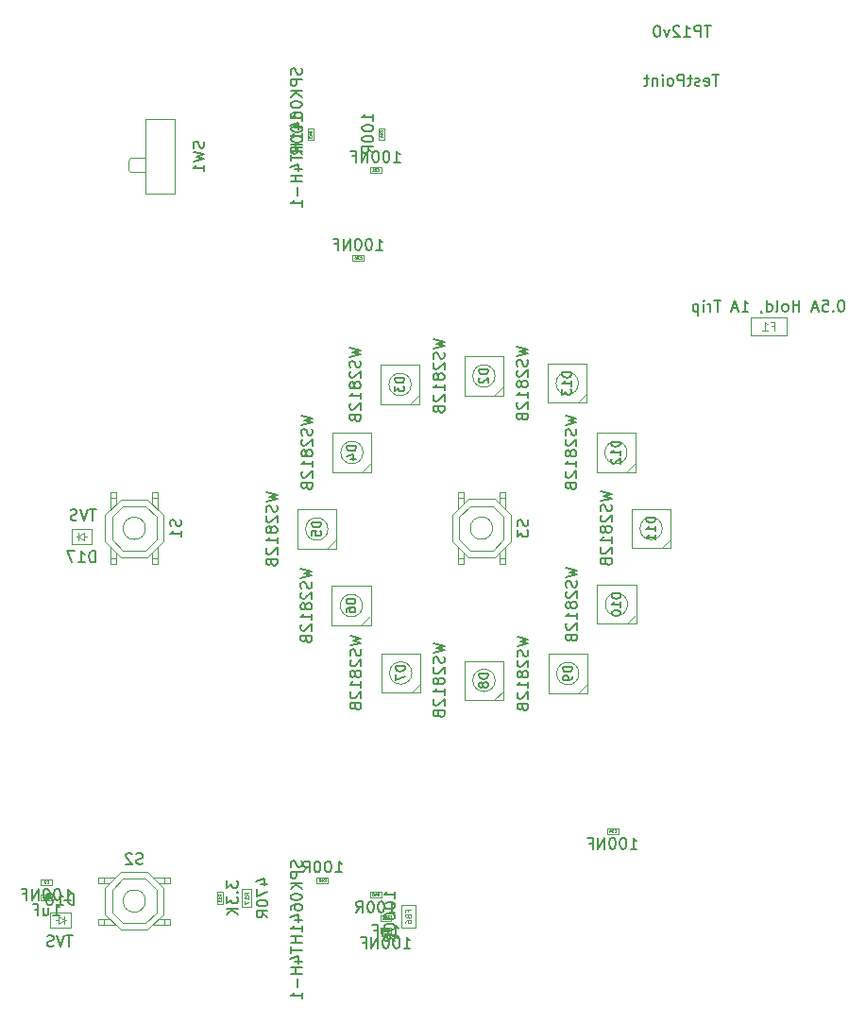
<source format=gbr>
G04 #@! TF.GenerationSoftware,KiCad,Pcbnew,(6.0.7)*
G04 #@! TF.CreationDate,2022-07-29T08:46:12-07:00*
G04 #@! TF.ProjectId,SJ-201-R10,534a2d32-3031-42d5-9231-302e6b696361,rev?*
G04 #@! TF.SameCoordinates,Original*
G04 #@! TF.FileFunction,AssemblyDrawing,Bot*
%FSLAX46Y46*%
G04 Gerber Fmt 4.6, Leading zero omitted, Abs format (unit mm)*
G04 Created by KiCad (PCBNEW (6.0.7)) date 2022-07-29 08:46:12*
%MOMM*%
%LPD*%
G01*
G04 APERTURE LIST*
%ADD10C,0.150000*%
%ADD11C,0.040000*%
%ADD12C,0.080000*%
%ADD13C,0.060000*%
%ADD14C,0.120000*%
%ADD15C,0.100000*%
G04 APERTURE END LIST*
D10*
G04 #@! TO.C,D11*
X55710160Y-42274196D02*
X56710160Y-42512291D01*
X55995875Y-42702767D01*
X56710160Y-42893243D01*
X55710160Y-43131339D01*
X56662541Y-43464672D02*
X56710160Y-43607529D01*
X56710160Y-43845624D01*
X56662541Y-43940862D01*
X56614922Y-43988481D01*
X56519684Y-44036100D01*
X56424446Y-44036100D01*
X56329208Y-43988481D01*
X56281589Y-43940862D01*
X56233970Y-43845624D01*
X56186351Y-43655148D01*
X56138732Y-43559910D01*
X56091113Y-43512291D01*
X55995875Y-43464672D01*
X55900637Y-43464672D01*
X55805399Y-43512291D01*
X55757780Y-43559910D01*
X55710160Y-43655148D01*
X55710160Y-43893243D01*
X55757780Y-44036100D01*
X55805399Y-44417053D02*
X55757780Y-44464672D01*
X55710160Y-44559910D01*
X55710160Y-44798005D01*
X55757780Y-44893243D01*
X55805399Y-44940862D01*
X55900637Y-44988481D01*
X55995875Y-44988481D01*
X56138732Y-44940862D01*
X56710160Y-44369434D01*
X56710160Y-44988481D01*
X56138732Y-45559910D02*
X56091113Y-45464672D01*
X56043494Y-45417053D01*
X55948256Y-45369434D01*
X55900637Y-45369434D01*
X55805399Y-45417053D01*
X55757780Y-45464672D01*
X55710160Y-45559910D01*
X55710160Y-45750386D01*
X55757780Y-45845624D01*
X55805399Y-45893243D01*
X55900637Y-45940862D01*
X55948256Y-45940862D01*
X56043494Y-45893243D01*
X56091113Y-45845624D01*
X56138732Y-45750386D01*
X56138732Y-45559910D01*
X56186351Y-45464672D01*
X56233970Y-45417053D01*
X56329208Y-45369434D01*
X56519684Y-45369434D01*
X56614922Y-45417053D01*
X56662541Y-45464672D01*
X56710160Y-45559910D01*
X56710160Y-45750386D01*
X56662541Y-45845624D01*
X56614922Y-45893243D01*
X56519684Y-45940862D01*
X56329208Y-45940862D01*
X56233970Y-45893243D01*
X56186351Y-45845624D01*
X56138732Y-45750386D01*
X56710160Y-46893243D02*
X56710160Y-46321815D01*
X56710160Y-46607529D02*
X55710160Y-46607529D01*
X55853018Y-46512291D01*
X55948256Y-46417053D01*
X55995875Y-46321815D01*
X55805399Y-47274196D02*
X55757780Y-47321815D01*
X55710160Y-47417053D01*
X55710160Y-47655148D01*
X55757780Y-47750386D01*
X55805399Y-47798005D01*
X55900637Y-47845624D01*
X55995875Y-47845624D01*
X56138732Y-47798005D01*
X56710160Y-47226577D01*
X56710160Y-47845624D01*
X56186351Y-48607529D02*
X56233970Y-48750386D01*
X56281589Y-48798005D01*
X56376827Y-48845624D01*
X56519684Y-48845624D01*
X56614922Y-48798005D01*
X56662541Y-48750386D01*
X56710160Y-48655148D01*
X56710160Y-48274196D01*
X55710160Y-48274196D01*
X55710160Y-48607529D01*
X55757780Y-48702767D01*
X55805399Y-48750386D01*
X55900637Y-48798005D01*
X55995875Y-48798005D01*
X56091113Y-48750386D01*
X56138732Y-48702767D01*
X56186351Y-48607529D01*
X56186351Y-48274196D01*
X60619684Y-44612291D02*
X59819684Y-44612291D01*
X59819684Y-44802767D01*
X59857780Y-44917053D01*
X59933970Y-44993243D01*
X60010160Y-45031339D01*
X60162541Y-45069434D01*
X60276827Y-45069434D01*
X60429208Y-45031339D01*
X60505399Y-44993243D01*
X60581589Y-44917053D01*
X60619684Y-44802767D01*
X60619684Y-44612291D01*
X60619684Y-45831339D02*
X60619684Y-45374196D01*
X60619684Y-45602767D02*
X59819684Y-45602767D01*
X59933970Y-45526577D01*
X60010160Y-45450386D01*
X60048256Y-45374196D01*
X60619684Y-46593243D02*
X60619684Y-46136100D01*
X60619684Y-46364672D02*
X59819684Y-46364672D01*
X59933970Y-46288481D01*
X60010160Y-46212291D01*
X60048256Y-46136100D01*
G04 #@! TO.C,D12*
X52560560Y-35466996D02*
X53560560Y-35705091D01*
X52846275Y-35895567D01*
X53560560Y-36086043D01*
X52560560Y-36324139D01*
X53512941Y-36657472D02*
X53560560Y-36800329D01*
X53560560Y-37038424D01*
X53512941Y-37133662D01*
X53465322Y-37181281D01*
X53370084Y-37228900D01*
X53274846Y-37228900D01*
X53179608Y-37181281D01*
X53131989Y-37133662D01*
X53084370Y-37038424D01*
X53036751Y-36847948D01*
X52989132Y-36752710D01*
X52941513Y-36705091D01*
X52846275Y-36657472D01*
X52751037Y-36657472D01*
X52655799Y-36705091D01*
X52608180Y-36752710D01*
X52560560Y-36847948D01*
X52560560Y-37086043D01*
X52608180Y-37228900D01*
X52655799Y-37609853D02*
X52608180Y-37657472D01*
X52560560Y-37752710D01*
X52560560Y-37990805D01*
X52608180Y-38086043D01*
X52655799Y-38133662D01*
X52751037Y-38181281D01*
X52846275Y-38181281D01*
X52989132Y-38133662D01*
X53560560Y-37562234D01*
X53560560Y-38181281D01*
X52989132Y-38752710D02*
X52941513Y-38657472D01*
X52893894Y-38609853D01*
X52798656Y-38562234D01*
X52751037Y-38562234D01*
X52655799Y-38609853D01*
X52608180Y-38657472D01*
X52560560Y-38752710D01*
X52560560Y-38943186D01*
X52608180Y-39038424D01*
X52655799Y-39086043D01*
X52751037Y-39133662D01*
X52798656Y-39133662D01*
X52893894Y-39086043D01*
X52941513Y-39038424D01*
X52989132Y-38943186D01*
X52989132Y-38752710D01*
X53036751Y-38657472D01*
X53084370Y-38609853D01*
X53179608Y-38562234D01*
X53370084Y-38562234D01*
X53465322Y-38609853D01*
X53512941Y-38657472D01*
X53560560Y-38752710D01*
X53560560Y-38943186D01*
X53512941Y-39038424D01*
X53465322Y-39086043D01*
X53370084Y-39133662D01*
X53179608Y-39133662D01*
X53084370Y-39086043D01*
X53036751Y-39038424D01*
X52989132Y-38943186D01*
X53560560Y-40086043D02*
X53560560Y-39514615D01*
X53560560Y-39800329D02*
X52560560Y-39800329D01*
X52703418Y-39705091D01*
X52798656Y-39609853D01*
X52846275Y-39514615D01*
X52655799Y-40466996D02*
X52608180Y-40514615D01*
X52560560Y-40609853D01*
X52560560Y-40847948D01*
X52608180Y-40943186D01*
X52655799Y-40990805D01*
X52751037Y-41038424D01*
X52846275Y-41038424D01*
X52989132Y-40990805D01*
X53560560Y-40419377D01*
X53560560Y-41038424D01*
X53036751Y-41800329D02*
X53084370Y-41943186D01*
X53131989Y-41990805D01*
X53227227Y-42038424D01*
X53370084Y-42038424D01*
X53465322Y-41990805D01*
X53512941Y-41943186D01*
X53560560Y-41847948D01*
X53560560Y-41466996D01*
X52560560Y-41466996D01*
X52560560Y-41800329D01*
X52608180Y-41895567D01*
X52655799Y-41943186D01*
X52751037Y-41990805D01*
X52846275Y-41990805D01*
X52941513Y-41943186D01*
X52989132Y-41895567D01*
X53036751Y-41800329D01*
X53036751Y-41466996D01*
X57470084Y-37805091D02*
X56670084Y-37805091D01*
X56670084Y-37995567D01*
X56708180Y-38109853D01*
X56784370Y-38186043D01*
X56860560Y-38224139D01*
X57012941Y-38262234D01*
X57127227Y-38262234D01*
X57279608Y-38224139D01*
X57355799Y-38186043D01*
X57431989Y-38109853D01*
X57470084Y-37995567D01*
X57470084Y-37805091D01*
X57470084Y-39024139D02*
X57470084Y-38566996D01*
X57470084Y-38795567D02*
X56670084Y-38795567D01*
X56784370Y-38719377D01*
X56860560Y-38643186D01*
X56898656Y-38566996D01*
X56746275Y-39328900D02*
X56708180Y-39366996D01*
X56670084Y-39443186D01*
X56670084Y-39633662D01*
X56708180Y-39709853D01*
X56746275Y-39747948D01*
X56822465Y-39786043D01*
X56898656Y-39786043D01*
X57012941Y-39747948D01*
X57470084Y-39290805D01*
X57470084Y-39786043D01*
G04 #@! TO.C,U10*
X28894761Y-4357523D02*
X28942380Y-4500380D01*
X28942380Y-4738476D01*
X28894761Y-4833714D01*
X28847142Y-4881333D01*
X28751904Y-4928952D01*
X28656666Y-4928952D01*
X28561428Y-4881333D01*
X28513809Y-4833714D01*
X28466190Y-4738476D01*
X28418571Y-4548000D01*
X28370952Y-4452761D01*
X28323333Y-4405142D01*
X28228095Y-4357523D01*
X28132857Y-4357523D01*
X28037619Y-4405142D01*
X27990000Y-4452761D01*
X27942380Y-4548000D01*
X27942380Y-4786095D01*
X27990000Y-4928952D01*
X28942380Y-5357523D02*
X27942380Y-5357523D01*
X27942380Y-5738476D01*
X27990000Y-5833714D01*
X28037619Y-5881333D01*
X28132857Y-5928952D01*
X28275714Y-5928952D01*
X28370952Y-5881333D01*
X28418571Y-5833714D01*
X28466190Y-5738476D01*
X28466190Y-5357523D01*
X28942380Y-6357523D02*
X27942380Y-6357523D01*
X28942380Y-6928952D02*
X28370952Y-6500380D01*
X27942380Y-6928952D02*
X28513809Y-6357523D01*
X27942380Y-7548000D02*
X27942380Y-7643238D01*
X27990000Y-7738476D01*
X28037619Y-7786095D01*
X28132857Y-7833714D01*
X28323333Y-7881333D01*
X28561428Y-7881333D01*
X28751904Y-7833714D01*
X28847142Y-7786095D01*
X28894761Y-7738476D01*
X28942380Y-7643238D01*
X28942380Y-7548000D01*
X28894761Y-7452761D01*
X28847142Y-7405142D01*
X28751904Y-7357523D01*
X28561428Y-7309904D01*
X28323333Y-7309904D01*
X28132857Y-7357523D01*
X28037619Y-7405142D01*
X27990000Y-7452761D01*
X27942380Y-7548000D01*
X27942380Y-8738476D02*
X27942380Y-8547999D01*
X27990000Y-8452761D01*
X28037619Y-8405142D01*
X28180476Y-8309904D01*
X28370952Y-8262285D01*
X28751904Y-8262285D01*
X28847142Y-8309904D01*
X28894761Y-8357523D01*
X28942380Y-8452761D01*
X28942380Y-8643238D01*
X28894761Y-8738476D01*
X28847142Y-8786095D01*
X28751904Y-8833714D01*
X28513809Y-8833714D01*
X28418571Y-8786095D01*
X28370952Y-8738476D01*
X28323333Y-8643238D01*
X28323333Y-8452761D01*
X28370952Y-8357523D01*
X28418571Y-8309904D01*
X28513809Y-8262285D01*
X28275714Y-9690857D02*
X28942380Y-9690857D01*
X27894761Y-9452761D02*
X28609047Y-9214666D01*
X28609047Y-9833714D01*
X28942380Y-10738476D02*
X28942380Y-10167047D01*
X28942380Y-10452761D02*
X27942380Y-10452761D01*
X28085238Y-10357523D01*
X28180476Y-10262285D01*
X28228095Y-10167047D01*
X28942380Y-11167047D02*
X27942380Y-11167047D01*
X28418571Y-11167047D02*
X28418571Y-11738476D01*
X28942380Y-11738476D02*
X27942380Y-11738476D01*
X27942380Y-12071809D02*
X27942380Y-12643238D01*
X28942380Y-12357523D02*
X27942380Y-12357523D01*
X28275714Y-13405142D02*
X28942380Y-13405142D01*
X27894761Y-13167047D02*
X28609047Y-12928952D01*
X28609047Y-13547999D01*
X28942380Y-13928952D02*
X27942380Y-13928952D01*
X28418571Y-13928952D02*
X28418571Y-14500380D01*
X28942380Y-14500380D02*
X27942380Y-14500380D01*
X28561428Y-14976571D02*
X28561428Y-15738476D01*
X28942380Y-16738476D02*
X28942380Y-16167047D01*
X28942380Y-16452761D02*
X27942380Y-16452761D01*
X28085238Y-16357523D01*
X28180476Y-16262285D01*
X28228095Y-16167047D01*
G04 #@! TO.C,D10*
X52611360Y-49081396D02*
X53611360Y-49319491D01*
X52897075Y-49509967D01*
X53611360Y-49700443D01*
X52611360Y-49938539D01*
X53563741Y-50271872D02*
X53611360Y-50414729D01*
X53611360Y-50652824D01*
X53563741Y-50748062D01*
X53516122Y-50795681D01*
X53420884Y-50843300D01*
X53325646Y-50843300D01*
X53230408Y-50795681D01*
X53182789Y-50748062D01*
X53135170Y-50652824D01*
X53087551Y-50462348D01*
X53039932Y-50367110D01*
X52992313Y-50319491D01*
X52897075Y-50271872D01*
X52801837Y-50271872D01*
X52706599Y-50319491D01*
X52658980Y-50367110D01*
X52611360Y-50462348D01*
X52611360Y-50700443D01*
X52658980Y-50843300D01*
X52706599Y-51224253D02*
X52658980Y-51271872D01*
X52611360Y-51367110D01*
X52611360Y-51605205D01*
X52658980Y-51700443D01*
X52706599Y-51748062D01*
X52801837Y-51795681D01*
X52897075Y-51795681D01*
X53039932Y-51748062D01*
X53611360Y-51176634D01*
X53611360Y-51795681D01*
X53039932Y-52367110D02*
X52992313Y-52271872D01*
X52944694Y-52224253D01*
X52849456Y-52176634D01*
X52801837Y-52176634D01*
X52706599Y-52224253D01*
X52658980Y-52271872D01*
X52611360Y-52367110D01*
X52611360Y-52557586D01*
X52658980Y-52652824D01*
X52706599Y-52700443D01*
X52801837Y-52748062D01*
X52849456Y-52748062D01*
X52944694Y-52700443D01*
X52992313Y-52652824D01*
X53039932Y-52557586D01*
X53039932Y-52367110D01*
X53087551Y-52271872D01*
X53135170Y-52224253D01*
X53230408Y-52176634D01*
X53420884Y-52176634D01*
X53516122Y-52224253D01*
X53563741Y-52271872D01*
X53611360Y-52367110D01*
X53611360Y-52557586D01*
X53563741Y-52652824D01*
X53516122Y-52700443D01*
X53420884Y-52748062D01*
X53230408Y-52748062D01*
X53135170Y-52700443D01*
X53087551Y-52652824D01*
X53039932Y-52557586D01*
X53611360Y-53700443D02*
X53611360Y-53129015D01*
X53611360Y-53414729D02*
X52611360Y-53414729D01*
X52754218Y-53319491D01*
X52849456Y-53224253D01*
X52897075Y-53129015D01*
X52706599Y-54081396D02*
X52658980Y-54129015D01*
X52611360Y-54224253D01*
X52611360Y-54462348D01*
X52658980Y-54557586D01*
X52706599Y-54605205D01*
X52801837Y-54652824D01*
X52897075Y-54652824D01*
X53039932Y-54605205D01*
X53611360Y-54033777D01*
X53611360Y-54652824D01*
X53087551Y-55414729D02*
X53135170Y-55557586D01*
X53182789Y-55605205D01*
X53278027Y-55652824D01*
X53420884Y-55652824D01*
X53516122Y-55605205D01*
X53563741Y-55557586D01*
X53611360Y-55462348D01*
X53611360Y-55081396D01*
X52611360Y-55081396D01*
X52611360Y-55414729D01*
X52658980Y-55509967D01*
X52706599Y-55557586D01*
X52801837Y-55605205D01*
X52897075Y-55605205D01*
X52992313Y-55557586D01*
X53039932Y-55509967D01*
X53087551Y-55414729D01*
X53087551Y-55081396D01*
X57520884Y-51419491D02*
X56720884Y-51419491D01*
X56720884Y-51609967D01*
X56758980Y-51724253D01*
X56835170Y-51800443D01*
X56911360Y-51838539D01*
X57063741Y-51876634D01*
X57178027Y-51876634D01*
X57330408Y-51838539D01*
X57406599Y-51800443D01*
X57482789Y-51724253D01*
X57520884Y-51609967D01*
X57520884Y-51419491D01*
X57520884Y-52638539D02*
X57520884Y-52181396D01*
X57520884Y-52409967D02*
X56720884Y-52409967D01*
X56835170Y-52333777D01*
X56911360Y-52257586D01*
X56949456Y-52181396D01*
X56720884Y-53133777D02*
X56720884Y-53209967D01*
X56758980Y-53286158D01*
X56797075Y-53324253D01*
X56873265Y-53362348D01*
X57025646Y-53400443D01*
X57216122Y-53400443D01*
X57368503Y-53362348D01*
X57444694Y-53324253D01*
X57482789Y-53286158D01*
X57520884Y-53209967D01*
X57520884Y-53133777D01*
X57482789Y-53057586D01*
X57444694Y-53019491D01*
X57368503Y-52981396D01*
X57216122Y-52943300D01*
X57025646Y-52943300D01*
X56873265Y-52981396D01*
X56797075Y-53019491D01*
X56758980Y-53057586D01*
X56720884Y-53133777D01*
G04 #@! TO.C,D9*
X48242560Y-55278996D02*
X49242560Y-55517091D01*
X48528275Y-55707567D01*
X49242560Y-55898043D01*
X48242560Y-56136139D01*
X49194941Y-56469472D02*
X49242560Y-56612329D01*
X49242560Y-56850424D01*
X49194941Y-56945662D01*
X49147322Y-56993281D01*
X49052084Y-57040900D01*
X48956846Y-57040900D01*
X48861608Y-56993281D01*
X48813989Y-56945662D01*
X48766370Y-56850424D01*
X48718751Y-56659948D01*
X48671132Y-56564710D01*
X48623513Y-56517091D01*
X48528275Y-56469472D01*
X48433037Y-56469472D01*
X48337799Y-56517091D01*
X48290180Y-56564710D01*
X48242560Y-56659948D01*
X48242560Y-56898043D01*
X48290180Y-57040900D01*
X48337799Y-57421853D02*
X48290180Y-57469472D01*
X48242560Y-57564710D01*
X48242560Y-57802805D01*
X48290180Y-57898043D01*
X48337799Y-57945662D01*
X48433037Y-57993281D01*
X48528275Y-57993281D01*
X48671132Y-57945662D01*
X49242560Y-57374234D01*
X49242560Y-57993281D01*
X48671132Y-58564710D02*
X48623513Y-58469472D01*
X48575894Y-58421853D01*
X48480656Y-58374234D01*
X48433037Y-58374234D01*
X48337799Y-58421853D01*
X48290180Y-58469472D01*
X48242560Y-58564710D01*
X48242560Y-58755186D01*
X48290180Y-58850424D01*
X48337799Y-58898043D01*
X48433037Y-58945662D01*
X48480656Y-58945662D01*
X48575894Y-58898043D01*
X48623513Y-58850424D01*
X48671132Y-58755186D01*
X48671132Y-58564710D01*
X48718751Y-58469472D01*
X48766370Y-58421853D01*
X48861608Y-58374234D01*
X49052084Y-58374234D01*
X49147322Y-58421853D01*
X49194941Y-58469472D01*
X49242560Y-58564710D01*
X49242560Y-58755186D01*
X49194941Y-58850424D01*
X49147322Y-58898043D01*
X49052084Y-58945662D01*
X48861608Y-58945662D01*
X48766370Y-58898043D01*
X48718751Y-58850424D01*
X48671132Y-58755186D01*
X49242560Y-59898043D02*
X49242560Y-59326615D01*
X49242560Y-59612329D02*
X48242560Y-59612329D01*
X48385418Y-59517091D01*
X48480656Y-59421853D01*
X48528275Y-59326615D01*
X48337799Y-60278996D02*
X48290180Y-60326615D01*
X48242560Y-60421853D01*
X48242560Y-60659948D01*
X48290180Y-60755186D01*
X48337799Y-60802805D01*
X48433037Y-60850424D01*
X48528275Y-60850424D01*
X48671132Y-60802805D01*
X49242560Y-60231377D01*
X49242560Y-60850424D01*
X48718751Y-61612329D02*
X48766370Y-61755186D01*
X48813989Y-61802805D01*
X48909227Y-61850424D01*
X49052084Y-61850424D01*
X49147322Y-61802805D01*
X49194941Y-61755186D01*
X49242560Y-61659948D01*
X49242560Y-61278996D01*
X48242560Y-61278996D01*
X48242560Y-61612329D01*
X48290180Y-61707567D01*
X48337799Y-61755186D01*
X48433037Y-61802805D01*
X48528275Y-61802805D01*
X48623513Y-61755186D01*
X48671132Y-61707567D01*
X48718751Y-61612329D01*
X48718751Y-61278996D01*
X53152084Y-57998043D02*
X52352084Y-57998043D01*
X52352084Y-58188520D01*
X52390180Y-58302805D01*
X52466370Y-58378996D01*
X52542560Y-58417091D01*
X52694941Y-58455186D01*
X52809227Y-58455186D01*
X52961608Y-58417091D01*
X53037799Y-58378996D01*
X53113989Y-58302805D01*
X53152084Y-58188520D01*
X53152084Y-57998043D01*
X53152084Y-58836139D02*
X53152084Y-58988520D01*
X53113989Y-59064710D01*
X53075894Y-59102805D01*
X52961608Y-59178996D01*
X52809227Y-59217091D01*
X52504465Y-59217091D01*
X52428275Y-59178996D01*
X52390180Y-59140900D01*
X52352084Y-59064710D01*
X52352084Y-58912329D01*
X52390180Y-58836139D01*
X52428275Y-58798043D01*
X52504465Y-58759948D01*
X52694941Y-58759948D01*
X52771132Y-58798043D01*
X52809227Y-58836139D01*
X52847322Y-58912329D01*
X52847322Y-59064710D01*
X52809227Y-59140900D01*
X52771132Y-59178996D01*
X52694941Y-59217091D01*
G04 #@! TO.C,D13*
X48191760Y-29269396D02*
X49191760Y-29507491D01*
X48477475Y-29697967D01*
X49191760Y-29888443D01*
X48191760Y-30126539D01*
X49144141Y-30459872D02*
X49191760Y-30602729D01*
X49191760Y-30840824D01*
X49144141Y-30936062D01*
X49096522Y-30983681D01*
X49001284Y-31031300D01*
X48906046Y-31031300D01*
X48810808Y-30983681D01*
X48763189Y-30936062D01*
X48715570Y-30840824D01*
X48667951Y-30650348D01*
X48620332Y-30555110D01*
X48572713Y-30507491D01*
X48477475Y-30459872D01*
X48382237Y-30459872D01*
X48286999Y-30507491D01*
X48239380Y-30555110D01*
X48191760Y-30650348D01*
X48191760Y-30888443D01*
X48239380Y-31031300D01*
X48286999Y-31412253D02*
X48239380Y-31459872D01*
X48191760Y-31555110D01*
X48191760Y-31793205D01*
X48239380Y-31888443D01*
X48286999Y-31936062D01*
X48382237Y-31983681D01*
X48477475Y-31983681D01*
X48620332Y-31936062D01*
X49191760Y-31364634D01*
X49191760Y-31983681D01*
X48620332Y-32555110D02*
X48572713Y-32459872D01*
X48525094Y-32412253D01*
X48429856Y-32364634D01*
X48382237Y-32364634D01*
X48286999Y-32412253D01*
X48239380Y-32459872D01*
X48191760Y-32555110D01*
X48191760Y-32745586D01*
X48239380Y-32840824D01*
X48286999Y-32888443D01*
X48382237Y-32936062D01*
X48429856Y-32936062D01*
X48525094Y-32888443D01*
X48572713Y-32840824D01*
X48620332Y-32745586D01*
X48620332Y-32555110D01*
X48667951Y-32459872D01*
X48715570Y-32412253D01*
X48810808Y-32364634D01*
X49001284Y-32364634D01*
X49096522Y-32412253D01*
X49144141Y-32459872D01*
X49191760Y-32555110D01*
X49191760Y-32745586D01*
X49144141Y-32840824D01*
X49096522Y-32888443D01*
X49001284Y-32936062D01*
X48810808Y-32936062D01*
X48715570Y-32888443D01*
X48667951Y-32840824D01*
X48620332Y-32745586D01*
X49191760Y-33888443D02*
X49191760Y-33317015D01*
X49191760Y-33602729D02*
X48191760Y-33602729D01*
X48334618Y-33507491D01*
X48429856Y-33412253D01*
X48477475Y-33317015D01*
X48286999Y-34269396D02*
X48239380Y-34317015D01*
X48191760Y-34412253D01*
X48191760Y-34650348D01*
X48239380Y-34745586D01*
X48286999Y-34793205D01*
X48382237Y-34840824D01*
X48477475Y-34840824D01*
X48620332Y-34793205D01*
X49191760Y-34221777D01*
X49191760Y-34840824D01*
X48667951Y-35602729D02*
X48715570Y-35745586D01*
X48763189Y-35793205D01*
X48858427Y-35840824D01*
X49001284Y-35840824D01*
X49096522Y-35793205D01*
X49144141Y-35745586D01*
X49191760Y-35650348D01*
X49191760Y-35269396D01*
X48191760Y-35269396D01*
X48191760Y-35602729D01*
X48239380Y-35697967D01*
X48286999Y-35745586D01*
X48382237Y-35793205D01*
X48477475Y-35793205D01*
X48572713Y-35745586D01*
X48620332Y-35697967D01*
X48667951Y-35602729D01*
X48667951Y-35269396D01*
X53101284Y-31607491D02*
X52301284Y-31607491D01*
X52301284Y-31797967D01*
X52339380Y-31912253D01*
X52415570Y-31988443D01*
X52491760Y-32026539D01*
X52644141Y-32064634D01*
X52758427Y-32064634D01*
X52910808Y-32026539D01*
X52986999Y-31988443D01*
X53063189Y-31912253D01*
X53101284Y-31797967D01*
X53101284Y-31607491D01*
X53101284Y-32826539D02*
X53101284Y-32369396D01*
X53101284Y-32597967D02*
X52301284Y-32597967D01*
X52415570Y-32521777D01*
X52491760Y-32445586D01*
X52529856Y-32369396D01*
X52301284Y-33093205D02*
X52301284Y-33588443D01*
X52606046Y-33321777D01*
X52606046Y-33436062D01*
X52644141Y-33512253D01*
X52682237Y-33550348D01*
X52758427Y-33588443D01*
X52948903Y-33588443D01*
X53025094Y-33550348D01*
X53063189Y-33512253D01*
X53101284Y-33436062D01*
X53101284Y-33207491D01*
X53063189Y-33131300D01*
X53025094Y-33093205D01*
G04 #@! TO.C,U11*
X28894761Y-75357523D02*
X28942380Y-75500380D01*
X28942380Y-75738476D01*
X28894761Y-75833714D01*
X28847142Y-75881333D01*
X28751904Y-75928952D01*
X28656666Y-75928952D01*
X28561428Y-75881333D01*
X28513809Y-75833714D01*
X28466190Y-75738476D01*
X28418571Y-75548000D01*
X28370952Y-75452761D01*
X28323333Y-75405142D01*
X28228095Y-75357523D01*
X28132857Y-75357523D01*
X28037619Y-75405142D01*
X27990000Y-75452761D01*
X27942380Y-75548000D01*
X27942380Y-75786095D01*
X27990000Y-75928952D01*
X28942380Y-76357523D02*
X27942380Y-76357523D01*
X27942380Y-76738476D01*
X27990000Y-76833714D01*
X28037619Y-76881333D01*
X28132857Y-76928952D01*
X28275714Y-76928952D01*
X28370952Y-76881333D01*
X28418571Y-76833714D01*
X28466190Y-76738476D01*
X28466190Y-76357523D01*
X28942380Y-77357523D02*
X27942380Y-77357523D01*
X28942380Y-77928952D02*
X28370952Y-77500380D01*
X27942380Y-77928952D02*
X28513809Y-77357523D01*
X27942380Y-78548000D02*
X27942380Y-78643238D01*
X27990000Y-78738476D01*
X28037619Y-78786095D01*
X28132857Y-78833714D01*
X28323333Y-78881333D01*
X28561428Y-78881333D01*
X28751904Y-78833714D01*
X28847142Y-78786095D01*
X28894761Y-78738476D01*
X28942380Y-78643238D01*
X28942380Y-78548000D01*
X28894761Y-78452761D01*
X28847142Y-78405142D01*
X28751904Y-78357523D01*
X28561428Y-78309904D01*
X28323333Y-78309904D01*
X28132857Y-78357523D01*
X28037619Y-78405142D01*
X27990000Y-78452761D01*
X27942380Y-78548000D01*
X27942380Y-79738476D02*
X27942380Y-79548000D01*
X27990000Y-79452761D01*
X28037619Y-79405142D01*
X28180476Y-79309904D01*
X28370952Y-79262285D01*
X28751904Y-79262285D01*
X28847142Y-79309904D01*
X28894761Y-79357523D01*
X28942380Y-79452761D01*
X28942380Y-79643238D01*
X28894761Y-79738476D01*
X28847142Y-79786095D01*
X28751904Y-79833714D01*
X28513809Y-79833714D01*
X28418571Y-79786095D01*
X28370952Y-79738476D01*
X28323333Y-79643238D01*
X28323333Y-79452761D01*
X28370952Y-79357523D01*
X28418571Y-79309904D01*
X28513809Y-79262285D01*
X28275714Y-80690857D02*
X28942380Y-80690857D01*
X27894761Y-80452761D02*
X28609047Y-80214666D01*
X28609047Y-80833714D01*
X28942380Y-81738476D02*
X28942380Y-81167047D01*
X28942380Y-81452761D02*
X27942380Y-81452761D01*
X28085238Y-81357523D01*
X28180476Y-81262285D01*
X28228095Y-81167047D01*
X28942380Y-82167047D02*
X27942380Y-82167047D01*
X28418571Y-82167047D02*
X28418571Y-82738476D01*
X28942380Y-82738476D02*
X27942380Y-82738476D01*
X27942380Y-83071809D02*
X27942380Y-83643238D01*
X28942380Y-83357523D02*
X27942380Y-83357523D01*
X28275714Y-84405142D02*
X28942380Y-84405142D01*
X27894761Y-84167047D02*
X28609047Y-83928952D01*
X28609047Y-84548000D01*
X28942380Y-84928952D02*
X27942380Y-84928952D01*
X28418571Y-84928952D02*
X28418571Y-85500380D01*
X28942380Y-85500380D02*
X27942380Y-85500380D01*
X28561428Y-85976571D02*
X28561428Y-86738476D01*
X28942380Y-87738476D02*
X28942380Y-87167047D01*
X28942380Y-87452761D02*
X27942380Y-87452761D01*
X28085238Y-87357523D01*
X28180476Y-87262285D01*
X28228095Y-87167047D01*
G04 #@! TO.C,TP12v0*
X66333333Y-4902380D02*
X65761904Y-4902380D01*
X66047619Y-5902380D02*
X66047619Y-4902380D01*
X65047619Y-5854761D02*
X65142857Y-5902380D01*
X65333333Y-5902380D01*
X65428571Y-5854761D01*
X65476190Y-5759523D01*
X65476190Y-5378571D01*
X65428571Y-5283333D01*
X65333333Y-5235714D01*
X65142857Y-5235714D01*
X65047619Y-5283333D01*
X65000000Y-5378571D01*
X65000000Y-5473809D01*
X65476190Y-5569047D01*
X64619047Y-5854761D02*
X64523809Y-5902380D01*
X64333333Y-5902380D01*
X64238095Y-5854761D01*
X64190476Y-5759523D01*
X64190476Y-5711904D01*
X64238095Y-5616666D01*
X64333333Y-5569047D01*
X64476190Y-5569047D01*
X64571428Y-5521428D01*
X64619047Y-5426190D01*
X64619047Y-5378571D01*
X64571428Y-5283333D01*
X64476190Y-5235714D01*
X64333333Y-5235714D01*
X64238095Y-5283333D01*
X63904761Y-5235714D02*
X63523809Y-5235714D01*
X63761904Y-4902380D02*
X63761904Y-5759523D01*
X63714285Y-5854761D01*
X63619047Y-5902380D01*
X63523809Y-5902380D01*
X63190476Y-5902380D02*
X63190476Y-4902380D01*
X62809523Y-4902380D01*
X62714285Y-4950000D01*
X62666666Y-4997619D01*
X62619047Y-5092857D01*
X62619047Y-5235714D01*
X62666666Y-5330952D01*
X62714285Y-5378571D01*
X62809523Y-5426190D01*
X63190476Y-5426190D01*
X62047619Y-5902380D02*
X62142857Y-5854761D01*
X62190476Y-5807142D01*
X62238095Y-5711904D01*
X62238095Y-5426190D01*
X62190476Y-5330952D01*
X62142857Y-5283333D01*
X62047619Y-5235714D01*
X61904761Y-5235714D01*
X61809523Y-5283333D01*
X61761904Y-5330952D01*
X61714285Y-5426190D01*
X61714285Y-5711904D01*
X61761904Y-5807142D01*
X61809523Y-5854761D01*
X61904761Y-5902380D01*
X62047619Y-5902380D01*
X61285714Y-5902380D02*
X61285714Y-5235714D01*
X61285714Y-4902380D02*
X61333333Y-4950000D01*
X61285714Y-4997619D01*
X61238095Y-4950000D01*
X61285714Y-4902380D01*
X61285714Y-4997619D01*
X60809523Y-5235714D02*
X60809523Y-5902380D01*
X60809523Y-5330952D02*
X60761904Y-5283333D01*
X60666666Y-5235714D01*
X60523809Y-5235714D01*
X60428571Y-5283333D01*
X60380952Y-5378571D01*
X60380952Y-5902380D01*
X60047619Y-5235714D02*
X59666666Y-5235714D01*
X59904761Y-4902380D02*
X59904761Y-5759523D01*
X59857142Y-5854761D01*
X59761904Y-5902380D01*
X59666666Y-5902380D01*
X65595238Y-502380D02*
X65023809Y-502380D01*
X65309523Y-1502380D02*
X65309523Y-502380D01*
X64690476Y-1502380D02*
X64690476Y-502380D01*
X64309523Y-502380D01*
X64214285Y-550000D01*
X64166666Y-597619D01*
X64119047Y-692857D01*
X64119047Y-835714D01*
X64166666Y-930952D01*
X64214285Y-978571D01*
X64309523Y-1026190D01*
X64690476Y-1026190D01*
X63166666Y-1502380D02*
X63738095Y-1502380D01*
X63452380Y-1502380D02*
X63452380Y-502380D01*
X63547619Y-645238D01*
X63642857Y-740476D01*
X63738095Y-788095D01*
X62785714Y-597619D02*
X62738095Y-550000D01*
X62642857Y-502380D01*
X62404761Y-502380D01*
X62309523Y-550000D01*
X62261904Y-597619D01*
X62214285Y-692857D01*
X62214285Y-788095D01*
X62261904Y-930952D01*
X62833333Y-1502380D01*
X62214285Y-1502380D01*
X61880952Y-835714D02*
X61642857Y-1502380D01*
X61404761Y-835714D01*
X60833333Y-502380D02*
X60738095Y-502380D01*
X60642857Y-550000D01*
X60595238Y-597619D01*
X60547619Y-692857D01*
X60500000Y-883333D01*
X60500000Y-1121428D01*
X60547619Y-1311904D01*
X60595238Y-1407142D01*
X60642857Y-1454761D01*
X60738095Y-1502380D01*
X60833333Y-1502380D01*
X60928571Y-1454761D01*
X60976190Y-1407142D01*
X61023809Y-1311904D01*
X61071428Y-1121428D01*
X61071428Y-883333D01*
X61023809Y-692857D01*
X60976190Y-597619D01*
X60928571Y-550000D01*
X60833333Y-502380D01*
G04 #@! TO.C,D6*
X28836960Y-49182996D02*
X29836960Y-49421091D01*
X29122675Y-49611567D01*
X29836960Y-49802043D01*
X28836960Y-50040139D01*
X29789341Y-50373472D02*
X29836960Y-50516329D01*
X29836960Y-50754424D01*
X29789341Y-50849662D01*
X29741722Y-50897281D01*
X29646484Y-50944900D01*
X29551246Y-50944900D01*
X29456008Y-50897281D01*
X29408389Y-50849662D01*
X29360770Y-50754424D01*
X29313151Y-50563948D01*
X29265532Y-50468710D01*
X29217913Y-50421091D01*
X29122675Y-50373472D01*
X29027437Y-50373472D01*
X28932199Y-50421091D01*
X28884580Y-50468710D01*
X28836960Y-50563948D01*
X28836960Y-50802043D01*
X28884580Y-50944900D01*
X28932199Y-51325853D02*
X28884580Y-51373472D01*
X28836960Y-51468710D01*
X28836960Y-51706805D01*
X28884580Y-51802043D01*
X28932199Y-51849662D01*
X29027437Y-51897281D01*
X29122675Y-51897281D01*
X29265532Y-51849662D01*
X29836960Y-51278234D01*
X29836960Y-51897281D01*
X29265532Y-52468710D02*
X29217913Y-52373472D01*
X29170294Y-52325853D01*
X29075056Y-52278234D01*
X29027437Y-52278234D01*
X28932199Y-52325853D01*
X28884580Y-52373472D01*
X28836960Y-52468710D01*
X28836960Y-52659186D01*
X28884580Y-52754424D01*
X28932199Y-52802043D01*
X29027437Y-52849662D01*
X29075056Y-52849662D01*
X29170294Y-52802043D01*
X29217913Y-52754424D01*
X29265532Y-52659186D01*
X29265532Y-52468710D01*
X29313151Y-52373472D01*
X29360770Y-52325853D01*
X29456008Y-52278234D01*
X29646484Y-52278234D01*
X29741722Y-52325853D01*
X29789341Y-52373472D01*
X29836960Y-52468710D01*
X29836960Y-52659186D01*
X29789341Y-52754424D01*
X29741722Y-52802043D01*
X29646484Y-52849662D01*
X29456008Y-52849662D01*
X29360770Y-52802043D01*
X29313151Y-52754424D01*
X29265532Y-52659186D01*
X29836960Y-53802043D02*
X29836960Y-53230615D01*
X29836960Y-53516329D02*
X28836960Y-53516329D01*
X28979818Y-53421091D01*
X29075056Y-53325853D01*
X29122675Y-53230615D01*
X28932199Y-54182996D02*
X28884580Y-54230615D01*
X28836960Y-54325853D01*
X28836960Y-54563948D01*
X28884580Y-54659186D01*
X28932199Y-54706805D01*
X29027437Y-54754424D01*
X29122675Y-54754424D01*
X29265532Y-54706805D01*
X29836960Y-54135377D01*
X29836960Y-54754424D01*
X29313151Y-55516329D02*
X29360770Y-55659186D01*
X29408389Y-55706805D01*
X29503627Y-55754424D01*
X29646484Y-55754424D01*
X29741722Y-55706805D01*
X29789341Y-55659186D01*
X29836960Y-55563948D01*
X29836960Y-55182996D01*
X28836960Y-55182996D01*
X28836960Y-55516329D01*
X28884580Y-55611567D01*
X28932199Y-55659186D01*
X29027437Y-55706805D01*
X29122675Y-55706805D01*
X29217913Y-55659186D01*
X29265532Y-55611567D01*
X29313151Y-55516329D01*
X29313151Y-55182996D01*
X33746484Y-51902043D02*
X32946484Y-51902043D01*
X32946484Y-52092520D01*
X32984580Y-52206805D01*
X33060770Y-52282996D01*
X33136960Y-52321091D01*
X33289341Y-52359186D01*
X33403627Y-52359186D01*
X33556008Y-52321091D01*
X33632199Y-52282996D01*
X33708389Y-52206805D01*
X33746484Y-52092520D01*
X33746484Y-51902043D01*
X32946484Y-53044900D02*
X32946484Y-52892520D01*
X32984580Y-52816329D01*
X33022675Y-52778234D01*
X33136960Y-52702043D01*
X33289341Y-52663948D01*
X33594103Y-52663948D01*
X33670294Y-52702043D01*
X33708389Y-52740139D01*
X33746484Y-52816329D01*
X33746484Y-52968710D01*
X33708389Y-53044900D01*
X33670294Y-53082996D01*
X33594103Y-53121091D01*
X33403627Y-53121091D01*
X33327437Y-53082996D01*
X33289341Y-53044900D01*
X33251246Y-52968710D01*
X33251246Y-52816329D01*
X33289341Y-52740139D01*
X33327437Y-52702043D01*
X33403627Y-52663948D01*
G04 #@! TO.C,D5*
X25738160Y-42324996D02*
X26738160Y-42563091D01*
X26023875Y-42753567D01*
X26738160Y-42944043D01*
X25738160Y-43182139D01*
X26690541Y-43515472D02*
X26738160Y-43658329D01*
X26738160Y-43896424D01*
X26690541Y-43991662D01*
X26642922Y-44039281D01*
X26547684Y-44086900D01*
X26452446Y-44086900D01*
X26357208Y-44039281D01*
X26309589Y-43991662D01*
X26261970Y-43896424D01*
X26214351Y-43705948D01*
X26166732Y-43610710D01*
X26119113Y-43563091D01*
X26023875Y-43515472D01*
X25928637Y-43515472D01*
X25833399Y-43563091D01*
X25785780Y-43610710D01*
X25738160Y-43705948D01*
X25738160Y-43944043D01*
X25785780Y-44086900D01*
X25833399Y-44467853D02*
X25785780Y-44515472D01*
X25738160Y-44610710D01*
X25738160Y-44848805D01*
X25785780Y-44944043D01*
X25833399Y-44991662D01*
X25928637Y-45039281D01*
X26023875Y-45039281D01*
X26166732Y-44991662D01*
X26738160Y-44420234D01*
X26738160Y-45039281D01*
X26166732Y-45610710D02*
X26119113Y-45515472D01*
X26071494Y-45467853D01*
X25976256Y-45420234D01*
X25928637Y-45420234D01*
X25833399Y-45467853D01*
X25785780Y-45515472D01*
X25738160Y-45610710D01*
X25738160Y-45801186D01*
X25785780Y-45896424D01*
X25833399Y-45944043D01*
X25928637Y-45991662D01*
X25976256Y-45991662D01*
X26071494Y-45944043D01*
X26119113Y-45896424D01*
X26166732Y-45801186D01*
X26166732Y-45610710D01*
X26214351Y-45515472D01*
X26261970Y-45467853D01*
X26357208Y-45420234D01*
X26547684Y-45420234D01*
X26642922Y-45467853D01*
X26690541Y-45515472D01*
X26738160Y-45610710D01*
X26738160Y-45801186D01*
X26690541Y-45896424D01*
X26642922Y-45944043D01*
X26547684Y-45991662D01*
X26357208Y-45991662D01*
X26261970Y-45944043D01*
X26214351Y-45896424D01*
X26166732Y-45801186D01*
X26738160Y-46944043D02*
X26738160Y-46372615D01*
X26738160Y-46658329D02*
X25738160Y-46658329D01*
X25881018Y-46563091D01*
X25976256Y-46467853D01*
X26023875Y-46372615D01*
X25833399Y-47324996D02*
X25785780Y-47372615D01*
X25738160Y-47467853D01*
X25738160Y-47705948D01*
X25785780Y-47801186D01*
X25833399Y-47848805D01*
X25928637Y-47896424D01*
X26023875Y-47896424D01*
X26166732Y-47848805D01*
X26738160Y-47277377D01*
X26738160Y-47896424D01*
X26214351Y-48658329D02*
X26261970Y-48801186D01*
X26309589Y-48848805D01*
X26404827Y-48896424D01*
X26547684Y-48896424D01*
X26642922Y-48848805D01*
X26690541Y-48801186D01*
X26738160Y-48705948D01*
X26738160Y-48324996D01*
X25738160Y-48324996D01*
X25738160Y-48658329D01*
X25785780Y-48753567D01*
X25833399Y-48801186D01*
X25928637Y-48848805D01*
X26023875Y-48848805D01*
X26119113Y-48801186D01*
X26166732Y-48753567D01*
X26214351Y-48658329D01*
X26214351Y-48324996D01*
X30647684Y-45044043D02*
X29847684Y-45044043D01*
X29847684Y-45234520D01*
X29885780Y-45348805D01*
X29961970Y-45424996D01*
X30038160Y-45463091D01*
X30190541Y-45501186D01*
X30304827Y-45501186D01*
X30457208Y-45463091D01*
X30533399Y-45424996D01*
X30609589Y-45348805D01*
X30647684Y-45234520D01*
X30647684Y-45044043D01*
X29847684Y-46224996D02*
X29847684Y-45844043D01*
X30228637Y-45805948D01*
X30190541Y-45844043D01*
X30152446Y-45920234D01*
X30152446Y-46110710D01*
X30190541Y-46186900D01*
X30228637Y-46224996D01*
X30304827Y-46263091D01*
X30495303Y-46263091D01*
X30571494Y-46224996D01*
X30609589Y-46186900D01*
X30647684Y-46110710D01*
X30647684Y-45920234D01*
X30609589Y-45844043D01*
X30571494Y-45805948D01*
G04 #@! TO.C,D3*
X33205760Y-29370996D02*
X34205760Y-29609091D01*
X33491475Y-29799567D01*
X34205760Y-29990043D01*
X33205760Y-30228139D01*
X34158141Y-30561472D02*
X34205760Y-30704329D01*
X34205760Y-30942424D01*
X34158141Y-31037662D01*
X34110522Y-31085281D01*
X34015284Y-31132900D01*
X33920046Y-31132900D01*
X33824808Y-31085281D01*
X33777189Y-31037662D01*
X33729570Y-30942424D01*
X33681951Y-30751948D01*
X33634332Y-30656710D01*
X33586713Y-30609091D01*
X33491475Y-30561472D01*
X33396237Y-30561472D01*
X33300999Y-30609091D01*
X33253380Y-30656710D01*
X33205760Y-30751948D01*
X33205760Y-30990043D01*
X33253380Y-31132900D01*
X33300999Y-31513853D02*
X33253380Y-31561472D01*
X33205760Y-31656710D01*
X33205760Y-31894805D01*
X33253380Y-31990043D01*
X33300999Y-32037662D01*
X33396237Y-32085281D01*
X33491475Y-32085281D01*
X33634332Y-32037662D01*
X34205760Y-31466234D01*
X34205760Y-32085281D01*
X33634332Y-32656710D02*
X33586713Y-32561472D01*
X33539094Y-32513853D01*
X33443856Y-32466234D01*
X33396237Y-32466234D01*
X33300999Y-32513853D01*
X33253380Y-32561472D01*
X33205760Y-32656710D01*
X33205760Y-32847186D01*
X33253380Y-32942424D01*
X33300999Y-32990043D01*
X33396237Y-33037662D01*
X33443856Y-33037662D01*
X33539094Y-32990043D01*
X33586713Y-32942424D01*
X33634332Y-32847186D01*
X33634332Y-32656710D01*
X33681951Y-32561472D01*
X33729570Y-32513853D01*
X33824808Y-32466234D01*
X34015284Y-32466234D01*
X34110522Y-32513853D01*
X34158141Y-32561472D01*
X34205760Y-32656710D01*
X34205760Y-32847186D01*
X34158141Y-32942424D01*
X34110522Y-32990043D01*
X34015284Y-33037662D01*
X33824808Y-33037662D01*
X33729570Y-32990043D01*
X33681951Y-32942424D01*
X33634332Y-32847186D01*
X34205760Y-33990043D02*
X34205760Y-33418615D01*
X34205760Y-33704329D02*
X33205760Y-33704329D01*
X33348618Y-33609091D01*
X33443856Y-33513853D01*
X33491475Y-33418615D01*
X33300999Y-34370996D02*
X33253380Y-34418615D01*
X33205760Y-34513853D01*
X33205760Y-34751948D01*
X33253380Y-34847186D01*
X33300999Y-34894805D01*
X33396237Y-34942424D01*
X33491475Y-34942424D01*
X33634332Y-34894805D01*
X34205760Y-34323377D01*
X34205760Y-34942424D01*
X33681951Y-35704329D02*
X33729570Y-35847186D01*
X33777189Y-35894805D01*
X33872427Y-35942424D01*
X34015284Y-35942424D01*
X34110522Y-35894805D01*
X34158141Y-35847186D01*
X34205760Y-35751948D01*
X34205760Y-35370996D01*
X33205760Y-35370996D01*
X33205760Y-35704329D01*
X33253380Y-35799567D01*
X33300999Y-35847186D01*
X33396237Y-35894805D01*
X33491475Y-35894805D01*
X33586713Y-35847186D01*
X33634332Y-35799567D01*
X33681951Y-35704329D01*
X33681951Y-35370996D01*
X38115284Y-32090043D02*
X37315284Y-32090043D01*
X37315284Y-32280520D01*
X37353380Y-32394805D01*
X37429570Y-32470996D01*
X37505760Y-32509091D01*
X37658141Y-32547186D01*
X37772427Y-32547186D01*
X37924808Y-32509091D01*
X38000999Y-32470996D01*
X38077189Y-32394805D01*
X38115284Y-32280520D01*
X38115284Y-32090043D01*
X37315284Y-32813853D02*
X37315284Y-33309091D01*
X37620046Y-33042424D01*
X37620046Y-33156710D01*
X37658141Y-33232900D01*
X37696237Y-33270996D01*
X37772427Y-33309091D01*
X37962903Y-33309091D01*
X38039094Y-33270996D01*
X38077189Y-33232900D01*
X38115284Y-33156710D01*
X38115284Y-32928139D01*
X38077189Y-32851948D01*
X38039094Y-32813853D01*
G04 #@! TO.C,D2*
X40724160Y-28608996D02*
X41724160Y-28847091D01*
X41009875Y-29037567D01*
X41724160Y-29228043D01*
X40724160Y-29466139D01*
X41676541Y-29799472D02*
X41724160Y-29942329D01*
X41724160Y-30180424D01*
X41676541Y-30275662D01*
X41628922Y-30323281D01*
X41533684Y-30370900D01*
X41438446Y-30370900D01*
X41343208Y-30323281D01*
X41295589Y-30275662D01*
X41247970Y-30180424D01*
X41200351Y-29989948D01*
X41152732Y-29894710D01*
X41105113Y-29847091D01*
X41009875Y-29799472D01*
X40914637Y-29799472D01*
X40819399Y-29847091D01*
X40771780Y-29894710D01*
X40724160Y-29989948D01*
X40724160Y-30228043D01*
X40771780Y-30370900D01*
X40819399Y-30751853D02*
X40771780Y-30799472D01*
X40724160Y-30894710D01*
X40724160Y-31132805D01*
X40771780Y-31228043D01*
X40819399Y-31275662D01*
X40914637Y-31323281D01*
X41009875Y-31323281D01*
X41152732Y-31275662D01*
X41724160Y-30704234D01*
X41724160Y-31323281D01*
X41152732Y-31894710D02*
X41105113Y-31799472D01*
X41057494Y-31751853D01*
X40962256Y-31704234D01*
X40914637Y-31704234D01*
X40819399Y-31751853D01*
X40771780Y-31799472D01*
X40724160Y-31894710D01*
X40724160Y-32085186D01*
X40771780Y-32180424D01*
X40819399Y-32228043D01*
X40914637Y-32275662D01*
X40962256Y-32275662D01*
X41057494Y-32228043D01*
X41105113Y-32180424D01*
X41152732Y-32085186D01*
X41152732Y-31894710D01*
X41200351Y-31799472D01*
X41247970Y-31751853D01*
X41343208Y-31704234D01*
X41533684Y-31704234D01*
X41628922Y-31751853D01*
X41676541Y-31799472D01*
X41724160Y-31894710D01*
X41724160Y-32085186D01*
X41676541Y-32180424D01*
X41628922Y-32228043D01*
X41533684Y-32275662D01*
X41343208Y-32275662D01*
X41247970Y-32228043D01*
X41200351Y-32180424D01*
X41152732Y-32085186D01*
X41724160Y-33228043D02*
X41724160Y-32656615D01*
X41724160Y-32942329D02*
X40724160Y-32942329D01*
X40867018Y-32847091D01*
X40962256Y-32751853D01*
X41009875Y-32656615D01*
X40819399Y-33608996D02*
X40771780Y-33656615D01*
X40724160Y-33751853D01*
X40724160Y-33989948D01*
X40771780Y-34085186D01*
X40819399Y-34132805D01*
X40914637Y-34180424D01*
X41009875Y-34180424D01*
X41152732Y-34132805D01*
X41724160Y-33561377D01*
X41724160Y-34180424D01*
X41200351Y-34942329D02*
X41247970Y-35085186D01*
X41295589Y-35132805D01*
X41390827Y-35180424D01*
X41533684Y-35180424D01*
X41628922Y-35132805D01*
X41676541Y-35085186D01*
X41724160Y-34989948D01*
X41724160Y-34608996D01*
X40724160Y-34608996D01*
X40724160Y-34942329D01*
X40771780Y-35037567D01*
X40819399Y-35085186D01*
X40914637Y-35132805D01*
X41009875Y-35132805D01*
X41105113Y-35085186D01*
X41152732Y-35037567D01*
X41200351Y-34942329D01*
X41200351Y-34608996D01*
X45633684Y-31328043D02*
X44833684Y-31328043D01*
X44833684Y-31518520D01*
X44871780Y-31632805D01*
X44947970Y-31708996D01*
X45024160Y-31747091D01*
X45176541Y-31785186D01*
X45290827Y-31785186D01*
X45443208Y-31747091D01*
X45519399Y-31708996D01*
X45595589Y-31632805D01*
X45633684Y-31518520D01*
X45633684Y-31328043D01*
X44909875Y-32089948D02*
X44871780Y-32128043D01*
X44833684Y-32204234D01*
X44833684Y-32394710D01*
X44871780Y-32470900D01*
X44909875Y-32508996D01*
X44986065Y-32547091D01*
X45062256Y-32547091D01*
X45176541Y-32508996D01*
X45633684Y-32051853D01*
X45633684Y-32547091D01*
G04 #@! TO.C,R46*
X36726666Y-80006780D02*
X37298095Y-80006780D01*
X37012380Y-80006780D02*
X37012380Y-79006780D01*
X37107619Y-79149638D01*
X37202857Y-79244876D01*
X37298095Y-79292495D01*
X36107619Y-79006780D02*
X36012380Y-79006780D01*
X35917142Y-79054400D01*
X35869523Y-79102019D01*
X35821904Y-79197257D01*
X35774285Y-79387733D01*
X35774285Y-79625828D01*
X35821904Y-79816304D01*
X35869523Y-79911542D01*
X35917142Y-79959161D01*
X36012380Y-80006780D01*
X36107619Y-80006780D01*
X36202857Y-79959161D01*
X36250476Y-79911542D01*
X36298095Y-79816304D01*
X36345714Y-79625828D01*
X36345714Y-79387733D01*
X36298095Y-79197257D01*
X36250476Y-79102019D01*
X36202857Y-79054400D01*
X36107619Y-79006780D01*
X35155238Y-79006780D02*
X35060000Y-79006780D01*
X34964761Y-79054400D01*
X34917142Y-79102019D01*
X34869523Y-79197257D01*
X34821904Y-79387733D01*
X34821904Y-79625828D01*
X34869523Y-79816304D01*
X34917142Y-79911542D01*
X34964761Y-79959161D01*
X35060000Y-80006780D01*
X35155238Y-80006780D01*
X35250476Y-79959161D01*
X35298095Y-79911542D01*
X35345714Y-79816304D01*
X35393333Y-79625828D01*
X35393333Y-79387733D01*
X35345714Y-79197257D01*
X35298095Y-79102019D01*
X35250476Y-79054400D01*
X35155238Y-79006780D01*
X33821904Y-80006780D02*
X34155238Y-79530590D01*
X34393333Y-80006780D02*
X34393333Y-79006780D01*
X34012380Y-79006780D01*
X33917142Y-79054400D01*
X33869523Y-79102019D01*
X33821904Y-79197257D01*
X33821904Y-79340114D01*
X33869523Y-79435352D01*
X33917142Y-79482971D01*
X34012380Y-79530590D01*
X34393333Y-79530590D01*
D11*
X35720714Y-78497495D02*
X35804047Y-78378447D01*
X35863571Y-78497495D02*
X35863571Y-78247495D01*
X35768333Y-78247495D01*
X35744523Y-78259400D01*
X35732619Y-78271304D01*
X35720714Y-78295114D01*
X35720714Y-78330828D01*
X35732619Y-78354638D01*
X35744523Y-78366542D01*
X35768333Y-78378447D01*
X35863571Y-78378447D01*
X35506428Y-78330828D02*
X35506428Y-78497495D01*
X35565952Y-78235590D02*
X35625476Y-78414161D01*
X35470714Y-78414161D01*
X35268333Y-78247495D02*
X35315952Y-78247495D01*
X35339761Y-78259400D01*
X35351666Y-78271304D01*
X35375476Y-78307019D01*
X35387380Y-78354638D01*
X35387380Y-78449876D01*
X35375476Y-78473685D01*
X35363571Y-78485590D01*
X35339761Y-78497495D01*
X35292142Y-78497495D01*
X35268333Y-78485590D01*
X35256428Y-78473685D01*
X35244523Y-78449876D01*
X35244523Y-78390352D01*
X35256428Y-78366542D01*
X35268333Y-78354638D01*
X35292142Y-78342733D01*
X35339761Y-78342733D01*
X35363571Y-78354638D01*
X35375476Y-78366542D01*
X35387380Y-78390352D01*
D10*
G04 #@! TO.C,R44*
X35350380Y-9044133D02*
X35350380Y-8472704D01*
X35350380Y-8758419D02*
X34350380Y-8758419D01*
X34493238Y-8663180D01*
X34588476Y-8567942D01*
X34636095Y-8472704D01*
X34350380Y-9663180D02*
X34350380Y-9758419D01*
X34398000Y-9853657D01*
X34445619Y-9901276D01*
X34540857Y-9948895D01*
X34731333Y-9996514D01*
X34969428Y-9996514D01*
X35159904Y-9948895D01*
X35255142Y-9901276D01*
X35302761Y-9853657D01*
X35350380Y-9758419D01*
X35350380Y-9663180D01*
X35302761Y-9567942D01*
X35255142Y-9520323D01*
X35159904Y-9472704D01*
X34969428Y-9425085D01*
X34731333Y-9425085D01*
X34540857Y-9472704D01*
X34445619Y-9520323D01*
X34398000Y-9567942D01*
X34350380Y-9663180D01*
X34350380Y-10615561D02*
X34350380Y-10710800D01*
X34398000Y-10806038D01*
X34445619Y-10853657D01*
X34540857Y-10901276D01*
X34731333Y-10948895D01*
X34969428Y-10948895D01*
X35159904Y-10901276D01*
X35255142Y-10853657D01*
X35302761Y-10806038D01*
X35350380Y-10710800D01*
X35350380Y-10615561D01*
X35302761Y-10520323D01*
X35255142Y-10472704D01*
X35159904Y-10425085D01*
X34969428Y-10377466D01*
X34731333Y-10377466D01*
X34540857Y-10425085D01*
X34445619Y-10472704D01*
X34398000Y-10520323D01*
X34350380Y-10615561D01*
X35350380Y-11948895D02*
X34874190Y-11615561D01*
X35350380Y-11377466D02*
X34350380Y-11377466D01*
X34350380Y-11758419D01*
X34398000Y-11853657D01*
X34445619Y-11901276D01*
X34540857Y-11948895D01*
X34683714Y-11948895D01*
X34778952Y-11901276D01*
X34826571Y-11853657D01*
X34874190Y-11758419D01*
X34874190Y-11377466D01*
D11*
X36181095Y-10050085D02*
X36062047Y-9966752D01*
X36181095Y-9907228D02*
X35931095Y-9907228D01*
X35931095Y-10002466D01*
X35943000Y-10026276D01*
X35954904Y-10038180D01*
X35978714Y-10050085D01*
X36014428Y-10050085D01*
X36038238Y-10038180D01*
X36050142Y-10026276D01*
X36062047Y-10002466D01*
X36062047Y-9907228D01*
X36014428Y-10264371D02*
X36181095Y-10264371D01*
X35919190Y-10204847D02*
X36097761Y-10145323D01*
X36097761Y-10300085D01*
X36014428Y-10502466D02*
X36181095Y-10502466D01*
X35919190Y-10442942D02*
X36097761Y-10383419D01*
X36097761Y-10538180D01*
D10*
G04 #@! TO.C,R43*
X29000380Y-9094933D02*
X29000380Y-8523504D01*
X29000380Y-8809219D02*
X28000380Y-8809219D01*
X28143238Y-8713980D01*
X28238476Y-8618742D01*
X28286095Y-8523504D01*
X28000380Y-9713980D02*
X28000380Y-9809219D01*
X28048000Y-9904457D01*
X28095619Y-9952076D01*
X28190857Y-9999695D01*
X28381333Y-10047314D01*
X28619428Y-10047314D01*
X28809904Y-9999695D01*
X28905142Y-9952076D01*
X28952761Y-9904457D01*
X29000380Y-9809219D01*
X29000380Y-9713980D01*
X28952761Y-9618742D01*
X28905142Y-9571123D01*
X28809904Y-9523504D01*
X28619428Y-9475885D01*
X28381333Y-9475885D01*
X28190857Y-9523504D01*
X28095619Y-9571123D01*
X28048000Y-9618742D01*
X28000380Y-9713980D01*
X28000380Y-10666361D02*
X28000380Y-10761600D01*
X28048000Y-10856838D01*
X28095619Y-10904457D01*
X28190857Y-10952076D01*
X28381333Y-10999695D01*
X28619428Y-10999695D01*
X28809904Y-10952076D01*
X28905142Y-10904457D01*
X28952761Y-10856838D01*
X29000380Y-10761600D01*
X29000380Y-10666361D01*
X28952761Y-10571123D01*
X28905142Y-10523504D01*
X28809904Y-10475885D01*
X28619428Y-10428266D01*
X28381333Y-10428266D01*
X28190857Y-10475885D01*
X28095619Y-10523504D01*
X28048000Y-10571123D01*
X28000380Y-10666361D01*
X29000380Y-11999695D02*
X28524190Y-11666361D01*
X29000380Y-11428266D02*
X28000380Y-11428266D01*
X28000380Y-11809219D01*
X28048000Y-11904457D01*
X28095619Y-11952076D01*
X28190857Y-11999695D01*
X28333714Y-11999695D01*
X28428952Y-11952076D01*
X28476571Y-11904457D01*
X28524190Y-11809219D01*
X28524190Y-11428266D01*
D11*
X29831095Y-10100885D02*
X29712047Y-10017552D01*
X29831095Y-9958028D02*
X29581095Y-9958028D01*
X29581095Y-10053266D01*
X29593000Y-10077076D01*
X29604904Y-10088980D01*
X29628714Y-10100885D01*
X29664428Y-10100885D01*
X29688238Y-10088980D01*
X29700142Y-10077076D01*
X29712047Y-10053266D01*
X29712047Y-9958028D01*
X29664428Y-10315171D02*
X29831095Y-10315171D01*
X29569190Y-10255647D02*
X29747761Y-10196123D01*
X29747761Y-10350885D01*
X29581095Y-10422314D02*
X29581095Y-10577076D01*
X29676333Y-10493742D01*
X29676333Y-10529457D01*
X29688238Y-10553266D01*
X29700142Y-10565171D01*
X29723952Y-10577076D01*
X29783476Y-10577076D01*
X29807285Y-10565171D01*
X29819190Y-10553266D01*
X29831095Y-10529457D01*
X29831095Y-10458028D01*
X29819190Y-10434219D01*
X29807285Y-10422314D01*
D10*
G04 #@! TO.C,S1*
X18072781Y-44808095D02*
X18120400Y-44950952D01*
X18120400Y-45189047D01*
X18072781Y-45284285D01*
X18025162Y-45331904D01*
X17929924Y-45379523D01*
X17834686Y-45379523D01*
X17739448Y-45331904D01*
X17691829Y-45284285D01*
X17644210Y-45189047D01*
X17596591Y-44998571D01*
X17548972Y-44903333D01*
X17501353Y-44855714D01*
X17406115Y-44808095D01*
X17310877Y-44808095D01*
X17215639Y-44855714D01*
X17168020Y-44903333D01*
X17120400Y-44998571D01*
X17120400Y-45236666D01*
X17168020Y-45379523D01*
X18120400Y-46331904D02*
X18120400Y-45760476D01*
X18120400Y-46046190D02*
X17120400Y-46046190D01*
X17263258Y-45950952D01*
X17358496Y-45855714D01*
X17406115Y-45760476D01*
G04 #@! TO.C,S3*
X49205561Y-44801495D02*
X49253180Y-44944352D01*
X49253180Y-45182447D01*
X49205561Y-45277685D01*
X49157942Y-45325304D01*
X49062704Y-45372923D01*
X48967466Y-45372923D01*
X48872228Y-45325304D01*
X48824609Y-45277685D01*
X48776990Y-45182447D01*
X48729371Y-44991971D01*
X48681752Y-44896733D01*
X48634133Y-44849114D01*
X48538895Y-44801495D01*
X48443657Y-44801495D01*
X48348419Y-44849114D01*
X48300800Y-44896733D01*
X48253180Y-44991971D01*
X48253180Y-45230066D01*
X48300800Y-45372923D01*
X48253180Y-45706257D02*
X48253180Y-46325304D01*
X48634133Y-45991971D01*
X48634133Y-46134828D01*
X48681752Y-46230066D01*
X48729371Y-46277685D01*
X48824609Y-46325304D01*
X49062704Y-46325304D01*
X49157942Y-46277685D01*
X49205561Y-46230066D01*
X49253180Y-46134828D01*
X49253180Y-45849114D01*
X49205561Y-45753876D01*
X49157942Y-45706257D01*
G04 #@! TO.C,R45*
X31951466Y-76396780D02*
X32522895Y-76396780D01*
X32237180Y-76396780D02*
X32237180Y-75396780D01*
X32332419Y-75539638D01*
X32427657Y-75634876D01*
X32522895Y-75682495D01*
X31332419Y-75396780D02*
X31237180Y-75396780D01*
X31141942Y-75444400D01*
X31094323Y-75492019D01*
X31046704Y-75587257D01*
X30999085Y-75777733D01*
X30999085Y-76015828D01*
X31046704Y-76206304D01*
X31094323Y-76301542D01*
X31141942Y-76349161D01*
X31237180Y-76396780D01*
X31332419Y-76396780D01*
X31427657Y-76349161D01*
X31475276Y-76301542D01*
X31522895Y-76206304D01*
X31570514Y-76015828D01*
X31570514Y-75777733D01*
X31522895Y-75587257D01*
X31475276Y-75492019D01*
X31427657Y-75444400D01*
X31332419Y-75396780D01*
X30380038Y-75396780D02*
X30284800Y-75396780D01*
X30189561Y-75444400D01*
X30141942Y-75492019D01*
X30094323Y-75587257D01*
X30046704Y-75777733D01*
X30046704Y-76015828D01*
X30094323Y-76206304D01*
X30141942Y-76301542D01*
X30189561Y-76349161D01*
X30284800Y-76396780D01*
X30380038Y-76396780D01*
X30475276Y-76349161D01*
X30522895Y-76301542D01*
X30570514Y-76206304D01*
X30618133Y-76015828D01*
X30618133Y-75777733D01*
X30570514Y-75587257D01*
X30522895Y-75492019D01*
X30475276Y-75444400D01*
X30380038Y-75396780D01*
X29046704Y-76396780D02*
X29380038Y-75920590D01*
X29618133Y-76396780D02*
X29618133Y-75396780D01*
X29237180Y-75396780D01*
X29141942Y-75444400D01*
X29094323Y-75492019D01*
X29046704Y-75587257D01*
X29046704Y-75730114D01*
X29094323Y-75825352D01*
X29141942Y-75872971D01*
X29237180Y-75920590D01*
X29618133Y-75920590D01*
D11*
X30945514Y-77227495D02*
X31028847Y-77108447D01*
X31088371Y-77227495D02*
X31088371Y-76977495D01*
X30993133Y-76977495D01*
X30969323Y-76989400D01*
X30957419Y-77001304D01*
X30945514Y-77025114D01*
X30945514Y-77060828D01*
X30957419Y-77084638D01*
X30969323Y-77096542D01*
X30993133Y-77108447D01*
X31088371Y-77108447D01*
X30731228Y-77060828D02*
X30731228Y-77227495D01*
X30790752Y-76965590D02*
X30850276Y-77144161D01*
X30695514Y-77144161D01*
X30481228Y-76977495D02*
X30600276Y-76977495D01*
X30612180Y-77096542D01*
X30600276Y-77084638D01*
X30576466Y-77072733D01*
X30516942Y-77072733D01*
X30493133Y-77084638D01*
X30481228Y-77096542D01*
X30469323Y-77120352D01*
X30469323Y-77179876D01*
X30481228Y-77203685D01*
X30493133Y-77215590D01*
X30516942Y-77227495D01*
X30576466Y-77227495D01*
X30600276Y-77215590D01*
X30612180Y-77203685D01*
D10*
G04 #@! TO.C,D8*
X40724160Y-55888596D02*
X41724160Y-56126691D01*
X41009875Y-56317167D01*
X41724160Y-56507643D01*
X40724160Y-56745739D01*
X41676541Y-57079072D02*
X41724160Y-57221929D01*
X41724160Y-57460024D01*
X41676541Y-57555262D01*
X41628922Y-57602881D01*
X41533684Y-57650500D01*
X41438446Y-57650500D01*
X41343208Y-57602881D01*
X41295589Y-57555262D01*
X41247970Y-57460024D01*
X41200351Y-57269548D01*
X41152732Y-57174310D01*
X41105113Y-57126691D01*
X41009875Y-57079072D01*
X40914637Y-57079072D01*
X40819399Y-57126691D01*
X40771780Y-57174310D01*
X40724160Y-57269548D01*
X40724160Y-57507643D01*
X40771780Y-57650500D01*
X40819399Y-58031453D02*
X40771780Y-58079072D01*
X40724160Y-58174310D01*
X40724160Y-58412405D01*
X40771780Y-58507643D01*
X40819399Y-58555262D01*
X40914637Y-58602881D01*
X41009875Y-58602881D01*
X41152732Y-58555262D01*
X41724160Y-57983834D01*
X41724160Y-58602881D01*
X41152732Y-59174310D02*
X41105113Y-59079072D01*
X41057494Y-59031453D01*
X40962256Y-58983834D01*
X40914637Y-58983834D01*
X40819399Y-59031453D01*
X40771780Y-59079072D01*
X40724160Y-59174310D01*
X40724160Y-59364786D01*
X40771780Y-59460024D01*
X40819399Y-59507643D01*
X40914637Y-59555262D01*
X40962256Y-59555262D01*
X41057494Y-59507643D01*
X41105113Y-59460024D01*
X41152732Y-59364786D01*
X41152732Y-59174310D01*
X41200351Y-59079072D01*
X41247970Y-59031453D01*
X41343208Y-58983834D01*
X41533684Y-58983834D01*
X41628922Y-59031453D01*
X41676541Y-59079072D01*
X41724160Y-59174310D01*
X41724160Y-59364786D01*
X41676541Y-59460024D01*
X41628922Y-59507643D01*
X41533684Y-59555262D01*
X41343208Y-59555262D01*
X41247970Y-59507643D01*
X41200351Y-59460024D01*
X41152732Y-59364786D01*
X41724160Y-60507643D02*
X41724160Y-59936215D01*
X41724160Y-60221929D02*
X40724160Y-60221929D01*
X40867018Y-60126691D01*
X40962256Y-60031453D01*
X41009875Y-59936215D01*
X40819399Y-60888596D02*
X40771780Y-60936215D01*
X40724160Y-61031453D01*
X40724160Y-61269548D01*
X40771780Y-61364786D01*
X40819399Y-61412405D01*
X40914637Y-61460024D01*
X41009875Y-61460024D01*
X41152732Y-61412405D01*
X41724160Y-60840977D01*
X41724160Y-61460024D01*
X41200351Y-62221929D02*
X41247970Y-62364786D01*
X41295589Y-62412405D01*
X41390827Y-62460024D01*
X41533684Y-62460024D01*
X41628922Y-62412405D01*
X41676541Y-62364786D01*
X41724160Y-62269548D01*
X41724160Y-61888596D01*
X40724160Y-61888596D01*
X40724160Y-62221929D01*
X40771780Y-62317167D01*
X40819399Y-62364786D01*
X40914637Y-62412405D01*
X41009875Y-62412405D01*
X41105113Y-62364786D01*
X41152732Y-62317167D01*
X41200351Y-62221929D01*
X41200351Y-61888596D01*
X45633684Y-58607643D02*
X44833684Y-58607643D01*
X44833684Y-58798120D01*
X44871780Y-58912405D01*
X44947970Y-58988596D01*
X45024160Y-59026691D01*
X45176541Y-59064786D01*
X45290827Y-59064786D01*
X45443208Y-59026691D01*
X45519399Y-58988596D01*
X45595589Y-58912405D01*
X45633684Y-58798120D01*
X45633684Y-58607643D01*
X45176541Y-59521929D02*
X45138446Y-59445739D01*
X45100351Y-59407643D01*
X45024160Y-59369548D01*
X44986065Y-59369548D01*
X44909875Y-59407643D01*
X44871780Y-59445739D01*
X44833684Y-59521929D01*
X44833684Y-59674310D01*
X44871780Y-59750500D01*
X44909875Y-59788596D01*
X44986065Y-59826691D01*
X45024160Y-59826691D01*
X45100351Y-59788596D01*
X45138446Y-59750500D01*
X45176541Y-59674310D01*
X45176541Y-59521929D01*
X45214637Y-59445739D01*
X45252732Y-59407643D01*
X45328922Y-59369548D01*
X45481303Y-59369548D01*
X45557494Y-59407643D01*
X45595589Y-59445739D01*
X45633684Y-59521929D01*
X45633684Y-59674310D01*
X45595589Y-59750500D01*
X45557494Y-59788596D01*
X45481303Y-59826691D01*
X45328922Y-59826691D01*
X45252732Y-59788596D01*
X45214637Y-59750500D01*
X45176541Y-59674310D01*
G04 #@! TO.C,D4*
X28887760Y-35466996D02*
X29887760Y-35705091D01*
X29173475Y-35895567D01*
X29887760Y-36086043D01*
X28887760Y-36324139D01*
X29840141Y-36657472D02*
X29887760Y-36800329D01*
X29887760Y-37038424D01*
X29840141Y-37133662D01*
X29792522Y-37181281D01*
X29697284Y-37228900D01*
X29602046Y-37228900D01*
X29506808Y-37181281D01*
X29459189Y-37133662D01*
X29411570Y-37038424D01*
X29363951Y-36847948D01*
X29316332Y-36752710D01*
X29268713Y-36705091D01*
X29173475Y-36657472D01*
X29078237Y-36657472D01*
X28982999Y-36705091D01*
X28935380Y-36752710D01*
X28887760Y-36847948D01*
X28887760Y-37086043D01*
X28935380Y-37228900D01*
X28982999Y-37609853D02*
X28935380Y-37657472D01*
X28887760Y-37752710D01*
X28887760Y-37990805D01*
X28935380Y-38086043D01*
X28982999Y-38133662D01*
X29078237Y-38181281D01*
X29173475Y-38181281D01*
X29316332Y-38133662D01*
X29887760Y-37562234D01*
X29887760Y-38181281D01*
X29316332Y-38752710D02*
X29268713Y-38657472D01*
X29221094Y-38609853D01*
X29125856Y-38562234D01*
X29078237Y-38562234D01*
X28982999Y-38609853D01*
X28935380Y-38657472D01*
X28887760Y-38752710D01*
X28887760Y-38943186D01*
X28935380Y-39038424D01*
X28982999Y-39086043D01*
X29078237Y-39133662D01*
X29125856Y-39133662D01*
X29221094Y-39086043D01*
X29268713Y-39038424D01*
X29316332Y-38943186D01*
X29316332Y-38752710D01*
X29363951Y-38657472D01*
X29411570Y-38609853D01*
X29506808Y-38562234D01*
X29697284Y-38562234D01*
X29792522Y-38609853D01*
X29840141Y-38657472D01*
X29887760Y-38752710D01*
X29887760Y-38943186D01*
X29840141Y-39038424D01*
X29792522Y-39086043D01*
X29697284Y-39133662D01*
X29506808Y-39133662D01*
X29411570Y-39086043D01*
X29363951Y-39038424D01*
X29316332Y-38943186D01*
X29887760Y-40086043D02*
X29887760Y-39514615D01*
X29887760Y-39800329D02*
X28887760Y-39800329D01*
X29030618Y-39705091D01*
X29125856Y-39609853D01*
X29173475Y-39514615D01*
X28982999Y-40466996D02*
X28935380Y-40514615D01*
X28887760Y-40609853D01*
X28887760Y-40847948D01*
X28935380Y-40943186D01*
X28982999Y-40990805D01*
X29078237Y-41038424D01*
X29173475Y-41038424D01*
X29316332Y-40990805D01*
X29887760Y-40419377D01*
X29887760Y-41038424D01*
X29363951Y-41800329D02*
X29411570Y-41943186D01*
X29459189Y-41990805D01*
X29554427Y-42038424D01*
X29697284Y-42038424D01*
X29792522Y-41990805D01*
X29840141Y-41943186D01*
X29887760Y-41847948D01*
X29887760Y-41466996D01*
X28887760Y-41466996D01*
X28887760Y-41800329D01*
X28935380Y-41895567D01*
X28982999Y-41943186D01*
X29078237Y-41990805D01*
X29173475Y-41990805D01*
X29268713Y-41943186D01*
X29316332Y-41895567D01*
X29363951Y-41800329D01*
X29363951Y-41466996D01*
X33797284Y-38186043D02*
X32997284Y-38186043D01*
X32997284Y-38376520D01*
X33035380Y-38490805D01*
X33111570Y-38566996D01*
X33187760Y-38605091D01*
X33340141Y-38643186D01*
X33454427Y-38643186D01*
X33606808Y-38605091D01*
X33682999Y-38566996D01*
X33759189Y-38490805D01*
X33797284Y-38376520D01*
X33797284Y-38186043D01*
X33263951Y-39328900D02*
X33797284Y-39328900D01*
X32959189Y-39138424D02*
X33530618Y-38947948D01*
X33530618Y-39443186D01*
G04 #@! TO.C,S2*
X14679924Y-75626761D02*
X14537067Y-75674380D01*
X14298972Y-75674380D01*
X14203734Y-75626761D01*
X14156115Y-75579142D01*
X14108496Y-75483904D01*
X14108496Y-75388666D01*
X14156115Y-75293428D01*
X14203734Y-75245809D01*
X14298972Y-75198190D01*
X14489448Y-75150571D01*
X14584686Y-75102952D01*
X14632305Y-75055333D01*
X14679924Y-74960095D01*
X14679924Y-74864857D01*
X14632305Y-74769619D01*
X14584686Y-74722000D01*
X14489448Y-74674380D01*
X14251353Y-74674380D01*
X14108496Y-74722000D01*
X13727543Y-74769619D02*
X13679924Y-74722000D01*
X13584686Y-74674380D01*
X13346591Y-74674380D01*
X13251353Y-74722000D01*
X13203734Y-74769619D01*
X13156115Y-74864857D01*
X13156115Y-74960095D01*
X13203734Y-75102952D01*
X13775162Y-75674380D01*
X13156115Y-75674380D01*
G04 #@! TO.C,D7*
X33256560Y-55228196D02*
X34256560Y-55466291D01*
X33542275Y-55656767D01*
X34256560Y-55847243D01*
X33256560Y-56085339D01*
X34208941Y-56418672D02*
X34256560Y-56561529D01*
X34256560Y-56799624D01*
X34208941Y-56894862D01*
X34161322Y-56942481D01*
X34066084Y-56990100D01*
X33970846Y-56990100D01*
X33875608Y-56942481D01*
X33827989Y-56894862D01*
X33780370Y-56799624D01*
X33732751Y-56609148D01*
X33685132Y-56513910D01*
X33637513Y-56466291D01*
X33542275Y-56418672D01*
X33447037Y-56418672D01*
X33351799Y-56466291D01*
X33304180Y-56513910D01*
X33256560Y-56609148D01*
X33256560Y-56847243D01*
X33304180Y-56990100D01*
X33351799Y-57371053D02*
X33304180Y-57418672D01*
X33256560Y-57513910D01*
X33256560Y-57752005D01*
X33304180Y-57847243D01*
X33351799Y-57894862D01*
X33447037Y-57942481D01*
X33542275Y-57942481D01*
X33685132Y-57894862D01*
X34256560Y-57323434D01*
X34256560Y-57942481D01*
X33685132Y-58513910D02*
X33637513Y-58418672D01*
X33589894Y-58371053D01*
X33494656Y-58323434D01*
X33447037Y-58323434D01*
X33351799Y-58371053D01*
X33304180Y-58418672D01*
X33256560Y-58513910D01*
X33256560Y-58704386D01*
X33304180Y-58799624D01*
X33351799Y-58847243D01*
X33447037Y-58894862D01*
X33494656Y-58894862D01*
X33589894Y-58847243D01*
X33637513Y-58799624D01*
X33685132Y-58704386D01*
X33685132Y-58513910D01*
X33732751Y-58418672D01*
X33780370Y-58371053D01*
X33875608Y-58323434D01*
X34066084Y-58323434D01*
X34161322Y-58371053D01*
X34208941Y-58418672D01*
X34256560Y-58513910D01*
X34256560Y-58704386D01*
X34208941Y-58799624D01*
X34161322Y-58847243D01*
X34066084Y-58894862D01*
X33875608Y-58894862D01*
X33780370Y-58847243D01*
X33732751Y-58799624D01*
X33685132Y-58704386D01*
X34256560Y-59847243D02*
X34256560Y-59275815D01*
X34256560Y-59561529D02*
X33256560Y-59561529D01*
X33399418Y-59466291D01*
X33494656Y-59371053D01*
X33542275Y-59275815D01*
X33351799Y-60228196D02*
X33304180Y-60275815D01*
X33256560Y-60371053D01*
X33256560Y-60609148D01*
X33304180Y-60704386D01*
X33351799Y-60752005D01*
X33447037Y-60799624D01*
X33542275Y-60799624D01*
X33685132Y-60752005D01*
X34256560Y-60180577D01*
X34256560Y-60799624D01*
X33732751Y-61561529D02*
X33780370Y-61704386D01*
X33827989Y-61752005D01*
X33923227Y-61799624D01*
X34066084Y-61799624D01*
X34161322Y-61752005D01*
X34208941Y-61704386D01*
X34256560Y-61609148D01*
X34256560Y-61228196D01*
X33256560Y-61228196D01*
X33256560Y-61561529D01*
X33304180Y-61656767D01*
X33351799Y-61704386D01*
X33447037Y-61752005D01*
X33542275Y-61752005D01*
X33637513Y-61704386D01*
X33685132Y-61656767D01*
X33732751Y-61561529D01*
X33732751Y-61228196D01*
X38166084Y-57947243D02*
X37366084Y-57947243D01*
X37366084Y-58137720D01*
X37404180Y-58252005D01*
X37480370Y-58328196D01*
X37556560Y-58366291D01*
X37708941Y-58404386D01*
X37823227Y-58404386D01*
X37975608Y-58366291D01*
X38051799Y-58328196D01*
X38127989Y-58252005D01*
X38166084Y-58137720D01*
X38166084Y-57947243D01*
X37366084Y-58671053D02*
X37366084Y-59204386D01*
X38166084Y-58861529D01*
G04 #@! TO.C,C58*
X38093447Y-83217340D02*
X38664876Y-83217340D01*
X38379161Y-83217340D02*
X38379161Y-82217340D01*
X38474400Y-82360198D01*
X38569638Y-82455436D01*
X38664876Y-82503055D01*
X37474400Y-82217340D02*
X37379161Y-82217340D01*
X37283923Y-82264960D01*
X37236304Y-82312579D01*
X37188685Y-82407817D01*
X37141066Y-82598293D01*
X37141066Y-82836388D01*
X37188685Y-83026864D01*
X37236304Y-83122102D01*
X37283923Y-83169721D01*
X37379161Y-83217340D01*
X37474400Y-83217340D01*
X37569638Y-83169721D01*
X37617257Y-83122102D01*
X37664876Y-83026864D01*
X37712495Y-82836388D01*
X37712495Y-82598293D01*
X37664876Y-82407817D01*
X37617257Y-82312579D01*
X37569638Y-82264960D01*
X37474400Y-82217340D01*
X36522019Y-82217340D02*
X36426780Y-82217340D01*
X36331542Y-82264960D01*
X36283923Y-82312579D01*
X36236304Y-82407817D01*
X36188685Y-82598293D01*
X36188685Y-82836388D01*
X36236304Y-83026864D01*
X36283923Y-83122102D01*
X36331542Y-83169721D01*
X36426780Y-83217340D01*
X36522019Y-83217340D01*
X36617257Y-83169721D01*
X36664876Y-83122102D01*
X36712495Y-83026864D01*
X36760114Y-82836388D01*
X36760114Y-82598293D01*
X36712495Y-82407817D01*
X36664876Y-82312579D01*
X36617257Y-82264960D01*
X36522019Y-82217340D01*
X35760114Y-83217340D02*
X35760114Y-82217340D01*
X35188685Y-83217340D01*
X35188685Y-82217340D01*
X34379161Y-82693531D02*
X34712495Y-82693531D01*
X34712495Y-83217340D02*
X34712495Y-82217340D01*
X34236304Y-82217340D01*
D11*
X36635114Y-81684245D02*
X36647019Y-81696150D01*
X36682733Y-81708055D01*
X36706542Y-81708055D01*
X36742257Y-81696150D01*
X36766066Y-81672340D01*
X36777971Y-81648531D01*
X36789876Y-81600912D01*
X36789876Y-81565198D01*
X36777971Y-81517579D01*
X36766066Y-81493769D01*
X36742257Y-81469960D01*
X36706542Y-81458055D01*
X36682733Y-81458055D01*
X36647019Y-81469960D01*
X36635114Y-81481864D01*
X36408923Y-81458055D02*
X36527971Y-81458055D01*
X36539876Y-81577102D01*
X36527971Y-81565198D01*
X36504161Y-81553293D01*
X36444638Y-81553293D01*
X36420828Y-81565198D01*
X36408923Y-81577102D01*
X36397019Y-81600912D01*
X36397019Y-81660436D01*
X36408923Y-81684245D01*
X36420828Y-81696150D01*
X36444638Y-81708055D01*
X36504161Y-81708055D01*
X36527971Y-81696150D01*
X36539876Y-81684245D01*
X36254161Y-81565198D02*
X36277971Y-81553293D01*
X36289876Y-81541388D01*
X36301780Y-81517579D01*
X36301780Y-81505674D01*
X36289876Y-81481864D01*
X36277971Y-81469960D01*
X36254161Y-81458055D01*
X36206542Y-81458055D01*
X36182733Y-81469960D01*
X36170828Y-81481864D01*
X36158923Y-81505674D01*
X36158923Y-81517579D01*
X36170828Y-81541388D01*
X36182733Y-81553293D01*
X36206542Y-81565198D01*
X36254161Y-81565198D01*
X36277971Y-81577102D01*
X36289876Y-81589007D01*
X36301780Y-81612817D01*
X36301780Y-81660436D01*
X36289876Y-81684245D01*
X36277971Y-81696150D01*
X36254161Y-81708055D01*
X36206542Y-81708055D01*
X36182733Y-81696150D01*
X36170828Y-81684245D01*
X36158923Y-81660436D01*
X36158923Y-81612817D01*
X36170828Y-81589007D01*
X36182733Y-81577102D01*
X36206542Y-81565198D01*
D10*
G04 #@! TO.C,C56*
X37069638Y-82140380D02*
X37641066Y-82140380D01*
X37355352Y-82140380D02*
X37355352Y-81140380D01*
X37450590Y-81283238D01*
X37545828Y-81378476D01*
X37641066Y-81426095D01*
X36212495Y-81473714D02*
X36212495Y-82140380D01*
X36641066Y-81473714D02*
X36641066Y-81997523D01*
X36593447Y-82092761D01*
X36498209Y-82140380D01*
X36355352Y-82140380D01*
X36260114Y-82092761D01*
X36212495Y-82045142D01*
X35402971Y-81616571D02*
X35736304Y-81616571D01*
X35736304Y-82140380D02*
X35736304Y-81140380D01*
X35260114Y-81140380D01*
D11*
X36635114Y-80607285D02*
X36647019Y-80619190D01*
X36682733Y-80631095D01*
X36706542Y-80631095D01*
X36742257Y-80619190D01*
X36766066Y-80595380D01*
X36777971Y-80571571D01*
X36789876Y-80523952D01*
X36789876Y-80488238D01*
X36777971Y-80440619D01*
X36766066Y-80416809D01*
X36742257Y-80393000D01*
X36706542Y-80381095D01*
X36682733Y-80381095D01*
X36647019Y-80393000D01*
X36635114Y-80404904D01*
X36408923Y-80381095D02*
X36527971Y-80381095D01*
X36539876Y-80500142D01*
X36527971Y-80488238D01*
X36504161Y-80476333D01*
X36444638Y-80476333D01*
X36420828Y-80488238D01*
X36408923Y-80500142D01*
X36397019Y-80523952D01*
X36397019Y-80583476D01*
X36408923Y-80607285D01*
X36420828Y-80619190D01*
X36444638Y-80631095D01*
X36504161Y-80631095D01*
X36527971Y-80619190D01*
X36539876Y-80607285D01*
X36182733Y-80381095D02*
X36230352Y-80381095D01*
X36254161Y-80393000D01*
X36266066Y-80404904D01*
X36289876Y-80440619D01*
X36301780Y-80488238D01*
X36301780Y-80583476D01*
X36289876Y-80607285D01*
X36277971Y-80619190D01*
X36254161Y-80631095D01*
X36206542Y-80631095D01*
X36182733Y-80619190D01*
X36170828Y-80607285D01*
X36158923Y-80583476D01*
X36158923Y-80523952D01*
X36170828Y-80500142D01*
X36182733Y-80488238D01*
X36206542Y-80476333D01*
X36254161Y-80476333D01*
X36277971Y-80488238D01*
X36289876Y-80500142D01*
X36301780Y-80523952D01*
D10*
G04 #@! TO.C,SW1*
X20157961Y-10909466D02*
X20205580Y-11052323D01*
X20205580Y-11290419D01*
X20157961Y-11385657D01*
X20110342Y-11433276D01*
X20015104Y-11480895D01*
X19919866Y-11480895D01*
X19824628Y-11433276D01*
X19777009Y-11385657D01*
X19729390Y-11290419D01*
X19681771Y-11099942D01*
X19634152Y-11004704D01*
X19586533Y-10957085D01*
X19491295Y-10909466D01*
X19396057Y-10909466D01*
X19300819Y-10957085D01*
X19253200Y-11004704D01*
X19205580Y-11099942D01*
X19205580Y-11338038D01*
X19253200Y-11480895D01*
X19205580Y-11814228D02*
X20205580Y-12052323D01*
X19491295Y-12242800D01*
X20205580Y-12433276D01*
X19205580Y-12671371D01*
X20205580Y-13576133D02*
X20205580Y-13004704D01*
X20205580Y-13290419D02*
X19205580Y-13290419D01*
X19348438Y-13195180D01*
X19443676Y-13099942D01*
X19491295Y-13004704D01*
G04 #@! TO.C,FB6*
X37308780Y-78722742D02*
X37308780Y-78151314D01*
X37308780Y-78437028D02*
X36308780Y-78437028D01*
X36451638Y-78341790D01*
X36546876Y-78246552D01*
X36594495Y-78151314D01*
X36308780Y-79341790D02*
X36308780Y-79437028D01*
X36356400Y-79532266D01*
X36404019Y-79579885D01*
X36499257Y-79627504D01*
X36689733Y-79675123D01*
X36927828Y-79675123D01*
X37118304Y-79627504D01*
X37213542Y-79579885D01*
X37261161Y-79532266D01*
X37308780Y-79437028D01*
X37308780Y-79341790D01*
X37261161Y-79246552D01*
X37213542Y-79198933D01*
X37118304Y-79151314D01*
X36927828Y-79103695D01*
X36689733Y-79103695D01*
X36499257Y-79151314D01*
X36404019Y-79198933D01*
X36356400Y-79246552D01*
X36308780Y-79341790D01*
X36308780Y-80294171D02*
X36308780Y-80389409D01*
X36356400Y-80484647D01*
X36404019Y-80532266D01*
X36499257Y-80579885D01*
X36689733Y-80627504D01*
X36927828Y-80627504D01*
X37118304Y-80579885D01*
X37213542Y-80532266D01*
X37261161Y-80484647D01*
X37308780Y-80389409D01*
X37308780Y-80294171D01*
X37261161Y-80198933D01*
X37213542Y-80151314D01*
X37118304Y-80103695D01*
X36927828Y-80056076D01*
X36689733Y-80056076D01*
X36499257Y-80103695D01*
X36404019Y-80151314D01*
X36356400Y-80198933D01*
X36308780Y-80294171D01*
X36308780Y-81246552D02*
X36308780Y-81341790D01*
X36356400Y-81437028D01*
X36404019Y-81484647D01*
X36499257Y-81532266D01*
X36689733Y-81579885D01*
X36927828Y-81579885D01*
X37118304Y-81532266D01*
X37213542Y-81484647D01*
X37261161Y-81437028D01*
X37308780Y-81341790D01*
X37308780Y-81246552D01*
X37261161Y-81151314D01*
X37213542Y-81103695D01*
X37118304Y-81056076D01*
X36927828Y-81008457D01*
X36689733Y-81008457D01*
X36499257Y-81056076D01*
X36404019Y-81103695D01*
X36356400Y-81151314D01*
X36308780Y-81246552D01*
X37308780Y-82579885D02*
X36832590Y-82246552D01*
X37308780Y-82008457D02*
X36308780Y-82008457D01*
X36308780Y-82389409D01*
X36356400Y-82484647D01*
X36404019Y-82532266D01*
X36499257Y-82579885D01*
X36642114Y-82579885D01*
X36737352Y-82532266D01*
X36784971Y-82484647D01*
X36832590Y-82389409D01*
X36832590Y-82008457D01*
D12*
X38470685Y-79948933D02*
X38470685Y-79782266D01*
X38732590Y-79782266D02*
X38232590Y-79782266D01*
X38232590Y-80020361D01*
X38470685Y-80377504D02*
X38494495Y-80448933D01*
X38518304Y-80472742D01*
X38565923Y-80496552D01*
X38637352Y-80496552D01*
X38684971Y-80472742D01*
X38708780Y-80448933D01*
X38732590Y-80401314D01*
X38732590Y-80210838D01*
X38232590Y-80210838D01*
X38232590Y-80377504D01*
X38256400Y-80425123D01*
X38280209Y-80448933D01*
X38327828Y-80472742D01*
X38375447Y-80472742D01*
X38423066Y-80448933D01*
X38446876Y-80425123D01*
X38470685Y-80377504D01*
X38470685Y-80210838D01*
X38232590Y-80925123D02*
X38232590Y-80829885D01*
X38256400Y-80782266D01*
X38280209Y-80758457D01*
X38351638Y-80710838D01*
X38446876Y-80687028D01*
X38637352Y-80687028D01*
X38684971Y-80710838D01*
X38708780Y-80734647D01*
X38732590Y-80782266D01*
X38732590Y-80877504D01*
X38708780Y-80925123D01*
X38684971Y-80948933D01*
X38637352Y-80972742D01*
X38518304Y-80972742D01*
X38470685Y-80948933D01*
X38446876Y-80925123D01*
X38423066Y-80877504D01*
X38423066Y-80782266D01*
X38446876Y-80734647D01*
X38470685Y-80710838D01*
X38518304Y-80687028D01*
D10*
G04 #@! TO.C,D17*
X10490476Y-43852380D02*
X9919047Y-43852380D01*
X10204761Y-44852380D02*
X10204761Y-43852380D01*
X9728571Y-43852380D02*
X9395238Y-44852380D01*
X9061904Y-43852380D01*
X8776190Y-44804761D02*
X8633333Y-44852380D01*
X8395238Y-44852380D01*
X8300000Y-44804761D01*
X8252380Y-44757142D01*
X8204761Y-44661904D01*
X8204761Y-44566666D01*
X8252380Y-44471428D01*
X8300000Y-44423809D01*
X8395238Y-44376190D01*
X8585714Y-44328571D01*
X8680952Y-44280952D01*
X8728571Y-44233333D01*
X8776190Y-44138095D01*
X8776190Y-44042857D01*
X8728571Y-43947619D01*
X8680952Y-43900000D01*
X8585714Y-43852380D01*
X8347619Y-43852380D01*
X8204761Y-43900000D01*
X10414285Y-48602380D02*
X10414285Y-47602380D01*
X10176190Y-47602380D01*
X10033333Y-47650000D01*
X9938095Y-47745238D01*
X9890476Y-47840476D01*
X9842857Y-48030952D01*
X9842857Y-48173809D01*
X9890476Y-48364285D01*
X9938095Y-48459523D01*
X10033333Y-48554761D01*
X10176190Y-48602380D01*
X10414285Y-48602380D01*
X8890476Y-48602380D02*
X9461904Y-48602380D01*
X9176190Y-48602380D02*
X9176190Y-47602380D01*
X9271428Y-47745238D01*
X9366666Y-47840476D01*
X9461904Y-47888095D01*
X8557142Y-47602380D02*
X7890476Y-47602380D01*
X8319047Y-48602380D01*
G04 #@! TO.C,C9*
X7664247Y-78879180D02*
X8235676Y-78879180D01*
X7949961Y-78879180D02*
X7949961Y-77879180D01*
X8045200Y-78022038D01*
X8140438Y-78117276D01*
X8235676Y-78164895D01*
X7045200Y-77879180D02*
X6949961Y-77879180D01*
X6854723Y-77926800D01*
X6807104Y-77974419D01*
X6759485Y-78069657D01*
X6711866Y-78260133D01*
X6711866Y-78498228D01*
X6759485Y-78688704D01*
X6807104Y-78783942D01*
X6854723Y-78831561D01*
X6949961Y-78879180D01*
X7045200Y-78879180D01*
X7140438Y-78831561D01*
X7188057Y-78783942D01*
X7235676Y-78688704D01*
X7283295Y-78498228D01*
X7283295Y-78260133D01*
X7235676Y-78069657D01*
X7188057Y-77974419D01*
X7140438Y-77926800D01*
X7045200Y-77879180D01*
X6092819Y-77879180D02*
X5997580Y-77879180D01*
X5902342Y-77926800D01*
X5854723Y-77974419D01*
X5807104Y-78069657D01*
X5759485Y-78260133D01*
X5759485Y-78498228D01*
X5807104Y-78688704D01*
X5854723Y-78783942D01*
X5902342Y-78831561D01*
X5997580Y-78879180D01*
X6092819Y-78879180D01*
X6188057Y-78831561D01*
X6235676Y-78783942D01*
X6283295Y-78688704D01*
X6330914Y-78498228D01*
X6330914Y-78260133D01*
X6283295Y-78069657D01*
X6235676Y-77974419D01*
X6188057Y-77926800D01*
X6092819Y-77879180D01*
X5330914Y-78879180D02*
X5330914Y-77879180D01*
X4759485Y-78879180D01*
X4759485Y-77879180D01*
X3949961Y-78355371D02*
X4283295Y-78355371D01*
X4283295Y-78879180D02*
X4283295Y-77879180D01*
X3807104Y-77879180D01*
D11*
X6086866Y-77356085D02*
X6098771Y-77367990D01*
X6134485Y-77379895D01*
X6158295Y-77379895D01*
X6194009Y-77367990D01*
X6217819Y-77344180D01*
X6229723Y-77320371D01*
X6241628Y-77272752D01*
X6241628Y-77237038D01*
X6229723Y-77189419D01*
X6217819Y-77165609D01*
X6194009Y-77141800D01*
X6158295Y-77129895D01*
X6134485Y-77129895D01*
X6098771Y-77141800D01*
X6086866Y-77153704D01*
X5967819Y-77379895D02*
X5920200Y-77379895D01*
X5896390Y-77367990D01*
X5884485Y-77356085D01*
X5860676Y-77320371D01*
X5848771Y-77272752D01*
X5848771Y-77177514D01*
X5860676Y-77153704D01*
X5872580Y-77141800D01*
X5896390Y-77129895D01*
X5944009Y-77129895D01*
X5967819Y-77141800D01*
X5979723Y-77153704D01*
X5991628Y-77177514D01*
X5991628Y-77237038D01*
X5979723Y-77260847D01*
X5967819Y-77272752D01*
X5944009Y-77284657D01*
X5896390Y-77284657D01*
X5872580Y-77272752D01*
X5860676Y-77260847D01*
X5848771Y-77237038D01*
D10*
G04 #@! TO.C,C31*
X37179047Y-12754380D02*
X37750476Y-12754380D01*
X37464761Y-12754380D02*
X37464761Y-11754380D01*
X37560000Y-11897238D01*
X37655238Y-11992476D01*
X37750476Y-12040095D01*
X36560000Y-11754380D02*
X36464761Y-11754380D01*
X36369523Y-11802000D01*
X36321904Y-11849619D01*
X36274285Y-11944857D01*
X36226666Y-12135333D01*
X36226666Y-12373428D01*
X36274285Y-12563904D01*
X36321904Y-12659142D01*
X36369523Y-12706761D01*
X36464761Y-12754380D01*
X36560000Y-12754380D01*
X36655238Y-12706761D01*
X36702857Y-12659142D01*
X36750476Y-12563904D01*
X36798095Y-12373428D01*
X36798095Y-12135333D01*
X36750476Y-11944857D01*
X36702857Y-11849619D01*
X36655238Y-11802000D01*
X36560000Y-11754380D01*
X35607619Y-11754380D02*
X35512380Y-11754380D01*
X35417142Y-11802000D01*
X35369523Y-11849619D01*
X35321904Y-11944857D01*
X35274285Y-12135333D01*
X35274285Y-12373428D01*
X35321904Y-12563904D01*
X35369523Y-12659142D01*
X35417142Y-12706761D01*
X35512380Y-12754380D01*
X35607619Y-12754380D01*
X35702857Y-12706761D01*
X35750476Y-12659142D01*
X35798095Y-12563904D01*
X35845714Y-12373428D01*
X35845714Y-12135333D01*
X35798095Y-11944857D01*
X35750476Y-11849619D01*
X35702857Y-11802000D01*
X35607619Y-11754380D01*
X34845714Y-12754380D02*
X34845714Y-11754380D01*
X34274285Y-12754380D01*
X34274285Y-11754380D01*
X33464761Y-12230571D02*
X33798095Y-12230571D01*
X33798095Y-12754380D02*
X33798095Y-11754380D01*
X33321904Y-11754380D01*
D11*
X35720714Y-13551285D02*
X35732619Y-13563190D01*
X35768333Y-13575095D01*
X35792142Y-13575095D01*
X35827857Y-13563190D01*
X35851666Y-13539380D01*
X35863571Y-13515571D01*
X35875476Y-13467952D01*
X35875476Y-13432238D01*
X35863571Y-13384619D01*
X35851666Y-13360809D01*
X35827857Y-13337000D01*
X35792142Y-13325095D01*
X35768333Y-13325095D01*
X35732619Y-13337000D01*
X35720714Y-13348904D01*
X35637380Y-13325095D02*
X35482619Y-13325095D01*
X35565952Y-13420333D01*
X35530238Y-13420333D01*
X35506428Y-13432238D01*
X35494523Y-13444142D01*
X35482619Y-13467952D01*
X35482619Y-13527476D01*
X35494523Y-13551285D01*
X35506428Y-13563190D01*
X35530238Y-13575095D01*
X35601666Y-13575095D01*
X35625476Y-13563190D01*
X35637380Y-13551285D01*
X35244523Y-13575095D02*
X35387380Y-13575095D01*
X35315952Y-13575095D02*
X35315952Y-13325095D01*
X35339761Y-13360809D01*
X35363571Y-13384619D01*
X35387380Y-13396523D01*
D10*
G04 #@! TO.C,C30*
X35604247Y-20628380D02*
X36175676Y-20628380D01*
X35889961Y-20628380D02*
X35889961Y-19628380D01*
X35985200Y-19771238D01*
X36080438Y-19866476D01*
X36175676Y-19914095D01*
X34985200Y-19628380D02*
X34889961Y-19628380D01*
X34794723Y-19676000D01*
X34747104Y-19723619D01*
X34699485Y-19818857D01*
X34651866Y-20009333D01*
X34651866Y-20247428D01*
X34699485Y-20437904D01*
X34747104Y-20533142D01*
X34794723Y-20580761D01*
X34889961Y-20628380D01*
X34985200Y-20628380D01*
X35080438Y-20580761D01*
X35128057Y-20533142D01*
X35175676Y-20437904D01*
X35223295Y-20247428D01*
X35223295Y-20009333D01*
X35175676Y-19818857D01*
X35128057Y-19723619D01*
X35080438Y-19676000D01*
X34985200Y-19628380D01*
X34032819Y-19628380D02*
X33937580Y-19628380D01*
X33842342Y-19676000D01*
X33794723Y-19723619D01*
X33747104Y-19818857D01*
X33699485Y-20009333D01*
X33699485Y-20247428D01*
X33747104Y-20437904D01*
X33794723Y-20533142D01*
X33842342Y-20580761D01*
X33937580Y-20628380D01*
X34032819Y-20628380D01*
X34128057Y-20580761D01*
X34175676Y-20533142D01*
X34223295Y-20437904D01*
X34270914Y-20247428D01*
X34270914Y-20009333D01*
X34223295Y-19818857D01*
X34175676Y-19723619D01*
X34128057Y-19676000D01*
X34032819Y-19628380D01*
X33270914Y-20628380D02*
X33270914Y-19628380D01*
X32699485Y-20628380D01*
X32699485Y-19628380D01*
X31889961Y-20104571D02*
X32223295Y-20104571D01*
X32223295Y-20628380D02*
X32223295Y-19628380D01*
X31747104Y-19628380D01*
D11*
X34145914Y-21425285D02*
X34157819Y-21437190D01*
X34193533Y-21449095D01*
X34217342Y-21449095D01*
X34253057Y-21437190D01*
X34276866Y-21413380D01*
X34288771Y-21389571D01*
X34300676Y-21341952D01*
X34300676Y-21306238D01*
X34288771Y-21258619D01*
X34276866Y-21234809D01*
X34253057Y-21211000D01*
X34217342Y-21199095D01*
X34193533Y-21199095D01*
X34157819Y-21211000D01*
X34145914Y-21222904D01*
X34062580Y-21199095D02*
X33907819Y-21199095D01*
X33991152Y-21294333D01*
X33955438Y-21294333D01*
X33931628Y-21306238D01*
X33919723Y-21318142D01*
X33907819Y-21341952D01*
X33907819Y-21401476D01*
X33919723Y-21425285D01*
X33931628Y-21437190D01*
X33955438Y-21449095D01*
X34026866Y-21449095D01*
X34050676Y-21437190D01*
X34062580Y-21425285D01*
X33753057Y-21199095D02*
X33729247Y-21199095D01*
X33705438Y-21211000D01*
X33693533Y-21222904D01*
X33681628Y-21246714D01*
X33669723Y-21294333D01*
X33669723Y-21353857D01*
X33681628Y-21401476D01*
X33693533Y-21425285D01*
X33705438Y-21437190D01*
X33729247Y-21449095D01*
X33753057Y-21449095D01*
X33776866Y-21437190D01*
X33788771Y-21425285D01*
X33800676Y-21401476D01*
X33812580Y-21353857D01*
X33812580Y-21294333D01*
X33800676Y-21246714D01*
X33788771Y-21222904D01*
X33776866Y-21211000D01*
X33753057Y-21199095D01*
D10*
G04 #@! TO.C,C54*
X58419047Y-74312380D02*
X58990476Y-74312380D01*
X58704761Y-74312380D02*
X58704761Y-73312380D01*
X58800000Y-73455238D01*
X58895238Y-73550476D01*
X58990476Y-73598095D01*
X57800000Y-73312380D02*
X57704761Y-73312380D01*
X57609523Y-73360000D01*
X57561904Y-73407619D01*
X57514285Y-73502857D01*
X57466666Y-73693333D01*
X57466666Y-73931428D01*
X57514285Y-74121904D01*
X57561904Y-74217142D01*
X57609523Y-74264761D01*
X57704761Y-74312380D01*
X57800000Y-74312380D01*
X57895238Y-74264761D01*
X57942857Y-74217142D01*
X57990476Y-74121904D01*
X58038095Y-73931428D01*
X58038095Y-73693333D01*
X57990476Y-73502857D01*
X57942857Y-73407619D01*
X57895238Y-73360000D01*
X57800000Y-73312380D01*
X56847619Y-73312380D02*
X56752380Y-73312380D01*
X56657142Y-73360000D01*
X56609523Y-73407619D01*
X56561904Y-73502857D01*
X56514285Y-73693333D01*
X56514285Y-73931428D01*
X56561904Y-74121904D01*
X56609523Y-74217142D01*
X56657142Y-74264761D01*
X56752380Y-74312380D01*
X56847619Y-74312380D01*
X56942857Y-74264761D01*
X56990476Y-74217142D01*
X57038095Y-74121904D01*
X57085714Y-73931428D01*
X57085714Y-73693333D01*
X57038095Y-73502857D01*
X56990476Y-73407619D01*
X56942857Y-73360000D01*
X56847619Y-73312380D01*
X56085714Y-74312380D02*
X56085714Y-73312380D01*
X55514285Y-74312380D01*
X55514285Y-73312380D01*
X54704761Y-73788571D02*
X55038095Y-73788571D01*
X55038095Y-74312380D02*
X55038095Y-73312380D01*
X54561904Y-73312380D01*
D11*
X56960714Y-72789285D02*
X56972619Y-72801190D01*
X57008333Y-72813095D01*
X57032142Y-72813095D01*
X57067857Y-72801190D01*
X57091666Y-72777380D01*
X57103571Y-72753571D01*
X57115476Y-72705952D01*
X57115476Y-72670238D01*
X57103571Y-72622619D01*
X57091666Y-72598809D01*
X57067857Y-72575000D01*
X57032142Y-72563095D01*
X57008333Y-72563095D01*
X56972619Y-72575000D01*
X56960714Y-72586904D01*
X56734523Y-72563095D02*
X56853571Y-72563095D01*
X56865476Y-72682142D01*
X56853571Y-72670238D01*
X56829761Y-72658333D01*
X56770238Y-72658333D01*
X56746428Y-72670238D01*
X56734523Y-72682142D01*
X56722619Y-72705952D01*
X56722619Y-72765476D01*
X56734523Y-72789285D01*
X56746428Y-72801190D01*
X56770238Y-72813095D01*
X56829761Y-72813095D01*
X56853571Y-72801190D01*
X56865476Y-72789285D01*
X56508333Y-72646428D02*
X56508333Y-72813095D01*
X56567857Y-72551190D02*
X56627380Y-72729761D01*
X56472619Y-72729761D01*
D10*
G04 #@! TO.C,R13*
X22222380Y-77152380D02*
X22222380Y-77771428D01*
X22603333Y-77438095D01*
X22603333Y-77580952D01*
X22650952Y-77676190D01*
X22698571Y-77723809D01*
X22793809Y-77771428D01*
X23031904Y-77771428D01*
X23127142Y-77723809D01*
X23174761Y-77676190D01*
X23222380Y-77580952D01*
X23222380Y-77295238D01*
X23174761Y-77200000D01*
X23127142Y-77152380D01*
X23127142Y-78200000D02*
X23174761Y-78247619D01*
X23222380Y-78200000D01*
X23174761Y-78152380D01*
X23127142Y-78200000D01*
X23222380Y-78200000D01*
X22222380Y-78580952D02*
X22222380Y-79200000D01*
X22603333Y-78866666D01*
X22603333Y-79009523D01*
X22650952Y-79104761D01*
X22698571Y-79152380D01*
X22793809Y-79200000D01*
X23031904Y-79200000D01*
X23127142Y-79152380D01*
X23174761Y-79104761D01*
X23222380Y-79009523D01*
X23222380Y-78723809D01*
X23174761Y-78628571D01*
X23127142Y-78580952D01*
X23222380Y-79628571D02*
X22222380Y-79628571D01*
X23222380Y-80200000D02*
X22650952Y-79771428D01*
X22222380Y-80200000D02*
X22793809Y-79628571D01*
D11*
X21717619Y-78532857D02*
X21593809Y-78446190D01*
X21717619Y-78384285D02*
X21457619Y-78384285D01*
X21457619Y-78483333D01*
X21470000Y-78508095D01*
X21482380Y-78520476D01*
X21507142Y-78532857D01*
X21544285Y-78532857D01*
X21569047Y-78520476D01*
X21581428Y-78508095D01*
X21593809Y-78483333D01*
X21593809Y-78384285D01*
X21717619Y-78780476D02*
X21717619Y-78631904D01*
X21717619Y-78706190D02*
X21457619Y-78706190D01*
X21494761Y-78681428D01*
X21519523Y-78656666D01*
X21531904Y-78631904D01*
X21457619Y-78867142D02*
X21457619Y-79028095D01*
X21556666Y-78941428D01*
X21556666Y-78978571D01*
X21569047Y-79003333D01*
X21581428Y-79015714D01*
X21606190Y-79028095D01*
X21668095Y-79028095D01*
X21692857Y-79015714D01*
X21705238Y-79003333D01*
X21717619Y-78978571D01*
X21717619Y-78904285D01*
X21705238Y-78879523D01*
X21692857Y-78867142D01*
D10*
G04 #@! TO.C,R17*
X25215714Y-77438095D02*
X25882380Y-77438095D01*
X24834761Y-77200000D02*
X25549047Y-76961904D01*
X25549047Y-77580952D01*
X24882380Y-77866666D02*
X24882380Y-78533333D01*
X25882380Y-78104761D01*
X24882380Y-79104761D02*
X24882380Y-79200000D01*
X24930000Y-79295238D01*
X24977619Y-79342857D01*
X25072857Y-79390476D01*
X25263333Y-79438095D01*
X25501428Y-79438095D01*
X25691904Y-79390476D01*
X25787142Y-79342857D01*
X25834761Y-79295238D01*
X25882380Y-79200000D01*
X25882380Y-79104761D01*
X25834761Y-79009523D01*
X25787142Y-78961904D01*
X25691904Y-78914285D01*
X25501428Y-78866666D01*
X25263333Y-78866666D01*
X25072857Y-78914285D01*
X24977619Y-78961904D01*
X24930000Y-79009523D01*
X24882380Y-79104761D01*
X25882380Y-80438095D02*
X25406190Y-80104761D01*
X25882380Y-79866666D02*
X24882380Y-79866666D01*
X24882380Y-80247619D01*
X24930000Y-80342857D01*
X24977619Y-80390476D01*
X25072857Y-80438095D01*
X25215714Y-80438095D01*
X25310952Y-80390476D01*
X25358571Y-80342857D01*
X25406190Y-80247619D01*
X25406190Y-79866666D01*
D13*
X24180952Y-78442857D02*
X23990476Y-78309523D01*
X24180952Y-78214285D02*
X23780952Y-78214285D01*
X23780952Y-78366666D01*
X23800000Y-78404761D01*
X23819047Y-78423809D01*
X23857142Y-78442857D01*
X23914285Y-78442857D01*
X23952380Y-78423809D01*
X23971428Y-78404761D01*
X23990476Y-78366666D01*
X23990476Y-78214285D01*
X24180952Y-78823809D02*
X24180952Y-78595238D01*
X24180952Y-78709523D02*
X23780952Y-78709523D01*
X23838095Y-78671428D01*
X23876190Y-78633333D01*
X23895238Y-78595238D01*
X23780952Y-78957142D02*
X23780952Y-79223809D01*
X24180952Y-79052380D01*
D10*
G04 #@! TO.C,D18*
X8390476Y-82052380D02*
X7819047Y-82052380D01*
X8104761Y-83052380D02*
X8104761Y-82052380D01*
X7628571Y-82052380D02*
X7295238Y-83052380D01*
X6961904Y-82052380D01*
X6676190Y-83004761D02*
X6533333Y-83052380D01*
X6295238Y-83052380D01*
X6200000Y-83004761D01*
X6152380Y-82957142D01*
X6104761Y-82861904D01*
X6104761Y-82766666D01*
X6152380Y-82671428D01*
X6200000Y-82623809D01*
X6295238Y-82576190D01*
X6485714Y-82528571D01*
X6580952Y-82480952D01*
X6628571Y-82433333D01*
X6676190Y-82338095D01*
X6676190Y-82242857D01*
X6628571Y-82147619D01*
X6580952Y-82100000D01*
X6485714Y-82052380D01*
X6247619Y-82052380D01*
X6104761Y-82100000D01*
X8514285Y-79302380D02*
X8514285Y-78302380D01*
X8276190Y-78302380D01*
X8133333Y-78350000D01*
X8038095Y-78445238D01*
X7990476Y-78540476D01*
X7942857Y-78730952D01*
X7942857Y-78873809D01*
X7990476Y-79064285D01*
X8038095Y-79159523D01*
X8133333Y-79254761D01*
X8276190Y-79302380D01*
X8514285Y-79302380D01*
X6990476Y-79302380D02*
X7561904Y-79302380D01*
X7276190Y-79302380D02*
X7276190Y-78302380D01*
X7371428Y-78445238D01*
X7466666Y-78540476D01*
X7561904Y-78588095D01*
X6419047Y-78730952D02*
X6514285Y-78683333D01*
X6561904Y-78635714D01*
X6609523Y-78540476D01*
X6609523Y-78492857D01*
X6561904Y-78397619D01*
X6514285Y-78350000D01*
X6419047Y-78302380D01*
X6228571Y-78302380D01*
X6133333Y-78350000D01*
X6085714Y-78397619D01*
X6038095Y-78492857D01*
X6038095Y-78540476D01*
X6085714Y-78635714D01*
X6133333Y-78683333D01*
X6228571Y-78730952D01*
X6419047Y-78730952D01*
X6514285Y-78778571D01*
X6561904Y-78826190D01*
X6609523Y-78921428D01*
X6609523Y-79111904D01*
X6561904Y-79207142D01*
X6514285Y-79254761D01*
X6419047Y-79302380D01*
X6228571Y-79302380D01*
X6133333Y-79254761D01*
X6085714Y-79207142D01*
X6038095Y-79111904D01*
X6038095Y-78921428D01*
X6085714Y-78826190D01*
X6133333Y-78778571D01*
X6228571Y-78730952D01*
G04 #@! TO.C,C34*
X6640438Y-80250780D02*
X7211866Y-80250780D01*
X6926152Y-80250780D02*
X6926152Y-79250780D01*
X7021390Y-79393638D01*
X7116628Y-79488876D01*
X7211866Y-79536495D01*
X5783295Y-79584114D02*
X5783295Y-80250780D01*
X6211866Y-79584114D02*
X6211866Y-80107923D01*
X6164247Y-80203161D01*
X6069009Y-80250780D01*
X5926152Y-80250780D01*
X5830914Y-80203161D01*
X5783295Y-80155542D01*
X4973771Y-79726971D02*
X5307104Y-79726971D01*
X5307104Y-80250780D02*
X5307104Y-79250780D01*
X4830914Y-79250780D01*
D11*
X6205914Y-78727685D02*
X6217819Y-78739590D01*
X6253533Y-78751495D01*
X6277342Y-78751495D01*
X6313057Y-78739590D01*
X6336866Y-78715780D01*
X6348771Y-78691971D01*
X6360676Y-78644352D01*
X6360676Y-78608638D01*
X6348771Y-78561019D01*
X6336866Y-78537209D01*
X6313057Y-78513400D01*
X6277342Y-78501495D01*
X6253533Y-78501495D01*
X6217819Y-78513400D01*
X6205914Y-78525304D01*
X6122580Y-78501495D02*
X5967819Y-78501495D01*
X6051152Y-78596733D01*
X6015438Y-78596733D01*
X5991628Y-78608638D01*
X5979723Y-78620542D01*
X5967819Y-78644352D01*
X5967819Y-78703876D01*
X5979723Y-78727685D01*
X5991628Y-78739590D01*
X6015438Y-78751495D01*
X6086866Y-78751495D01*
X6110676Y-78739590D01*
X6122580Y-78727685D01*
X5753533Y-78584828D02*
X5753533Y-78751495D01*
X5813057Y-78489590D02*
X5872580Y-78668161D01*
X5717819Y-78668161D01*
D10*
G04 #@! TO.C,F1*
X77347619Y-25132380D02*
X77252380Y-25132380D01*
X77157142Y-25180000D01*
X77109523Y-25227619D01*
X77061904Y-25322857D01*
X77014285Y-25513333D01*
X77014285Y-25751428D01*
X77061904Y-25941904D01*
X77109523Y-26037142D01*
X77157142Y-26084761D01*
X77252380Y-26132380D01*
X77347619Y-26132380D01*
X77442857Y-26084761D01*
X77490476Y-26037142D01*
X77538095Y-25941904D01*
X77585714Y-25751428D01*
X77585714Y-25513333D01*
X77538095Y-25322857D01*
X77490476Y-25227619D01*
X77442857Y-25180000D01*
X77347619Y-25132380D01*
X76585714Y-26037142D02*
X76538095Y-26084761D01*
X76585714Y-26132380D01*
X76633333Y-26084761D01*
X76585714Y-26037142D01*
X76585714Y-26132380D01*
X75633333Y-25132380D02*
X76109523Y-25132380D01*
X76157142Y-25608571D01*
X76109523Y-25560952D01*
X76014285Y-25513333D01*
X75776190Y-25513333D01*
X75680952Y-25560952D01*
X75633333Y-25608571D01*
X75585714Y-25703809D01*
X75585714Y-25941904D01*
X75633333Y-26037142D01*
X75680952Y-26084761D01*
X75776190Y-26132380D01*
X76014285Y-26132380D01*
X76109523Y-26084761D01*
X76157142Y-26037142D01*
X75204761Y-25846666D02*
X74728571Y-25846666D01*
X75300000Y-26132380D02*
X74966666Y-25132380D01*
X74633333Y-26132380D01*
X73538095Y-26132380D02*
X73538095Y-25132380D01*
X73538095Y-25608571D02*
X72966666Y-25608571D01*
X72966666Y-26132380D02*
X72966666Y-25132380D01*
X72347619Y-26132380D02*
X72442857Y-26084761D01*
X72490476Y-26037142D01*
X72538095Y-25941904D01*
X72538095Y-25656190D01*
X72490476Y-25560952D01*
X72442857Y-25513333D01*
X72347619Y-25465714D01*
X72204761Y-25465714D01*
X72109523Y-25513333D01*
X72061904Y-25560952D01*
X72014285Y-25656190D01*
X72014285Y-25941904D01*
X72061904Y-26037142D01*
X72109523Y-26084761D01*
X72204761Y-26132380D01*
X72347619Y-26132380D01*
X71442857Y-26132380D02*
X71538095Y-26084761D01*
X71585714Y-25989523D01*
X71585714Y-25132380D01*
X70633333Y-26132380D02*
X70633333Y-25132380D01*
X70633333Y-26084761D02*
X70728571Y-26132380D01*
X70919047Y-26132380D01*
X71014285Y-26084761D01*
X71061904Y-26037142D01*
X71109523Y-25941904D01*
X71109523Y-25656190D01*
X71061904Y-25560952D01*
X71014285Y-25513333D01*
X70919047Y-25465714D01*
X70728571Y-25465714D01*
X70633333Y-25513333D01*
X70109523Y-26084761D02*
X70109523Y-26132380D01*
X70157142Y-26227619D01*
X70204761Y-26275238D01*
X68395238Y-26132380D02*
X68966666Y-26132380D01*
X68680952Y-26132380D02*
X68680952Y-25132380D01*
X68776190Y-25275238D01*
X68871428Y-25370476D01*
X68966666Y-25418095D01*
X68014285Y-25846666D02*
X67538095Y-25846666D01*
X68109523Y-26132380D02*
X67776190Y-25132380D01*
X67442857Y-26132380D01*
X66490476Y-25132380D02*
X65919047Y-25132380D01*
X66204761Y-26132380D02*
X66204761Y-25132380D01*
X65585714Y-26132380D02*
X65585714Y-25465714D01*
X65585714Y-25656190D02*
X65538095Y-25560952D01*
X65490476Y-25513333D01*
X65395238Y-25465714D01*
X65300000Y-25465714D01*
X64966666Y-26132380D02*
X64966666Y-25465714D01*
X64966666Y-25132380D02*
X65014285Y-25180000D01*
X64966666Y-25227619D01*
X64919047Y-25180000D01*
X64966666Y-25132380D01*
X64966666Y-25227619D01*
X64490476Y-25465714D02*
X64490476Y-26465714D01*
X64490476Y-25513333D02*
X64395238Y-25465714D01*
X64204761Y-25465714D01*
X64109523Y-25513333D01*
X64061904Y-25560952D01*
X64014285Y-25656190D01*
X64014285Y-25941904D01*
X64061904Y-26037142D01*
X64109523Y-26084761D01*
X64204761Y-26132380D01*
X64395238Y-26132380D01*
X64490476Y-26084761D01*
D14*
X71066666Y-27442857D02*
X71333333Y-27442857D01*
X71333333Y-27861904D02*
X71333333Y-27061904D01*
X70952380Y-27061904D01*
X70228571Y-27861904D02*
X70685714Y-27861904D01*
X70457142Y-27861904D02*
X70457142Y-27061904D01*
X70533333Y-27176190D01*
X70609523Y-27252380D01*
X70685714Y-27290476D01*
D15*
G04 #@! TO.C,D11*
X62007780Y-47333720D02*
X62007780Y-43833720D01*
X58507780Y-43833720D02*
X58507780Y-47333720D01*
X62007780Y-43833720D02*
X58507780Y-43833720D01*
X58507780Y-47333720D02*
X62007780Y-47333720D01*
X61222280Y-47298220D02*
X61972280Y-46548220D01*
X61257780Y-45583720D02*
G75*
G03*
X61257780Y-45583720I-1000000J0D01*
G01*
G04 #@! TO.C,D12*
X58072680Y-40491020D02*
X58822680Y-39741020D01*
X58858180Y-40526520D02*
X58858180Y-37026520D01*
X55358180Y-37026520D02*
X55358180Y-40526520D01*
X55358180Y-40526520D02*
X58858180Y-40526520D01*
X58858180Y-37026520D02*
X55358180Y-37026520D01*
X58108180Y-38776520D02*
G75*
G03*
X58108180Y-38776520I-1000000J0D01*
G01*
G04 #@! TO.C,D10*
X55408980Y-50640920D02*
X55408980Y-54140920D01*
X58908980Y-54140920D02*
X58908980Y-50640920D01*
X58123480Y-54105420D02*
X58873480Y-53355420D01*
X58908980Y-50640920D02*
X55408980Y-50640920D01*
X55408980Y-54140920D02*
X58908980Y-54140920D01*
X58158980Y-52390920D02*
G75*
G03*
X58158980Y-52390920I-1000000J0D01*
G01*
G04 #@! TO.C,D9*
X51040180Y-60338520D02*
X54540180Y-60338520D01*
X53754680Y-60303020D02*
X54504680Y-59553020D01*
X54540180Y-60338520D02*
X54540180Y-56838520D01*
X51040180Y-56838520D02*
X51040180Y-60338520D01*
X54540180Y-56838520D02*
X51040180Y-56838520D01*
X53790180Y-58588520D02*
G75*
G03*
X53790180Y-58588520I-1000000J0D01*
G01*
G04 #@! TO.C,D13*
X54489380Y-34328920D02*
X54489380Y-30828920D01*
X50989380Y-30828920D02*
X50989380Y-34328920D01*
X50989380Y-34328920D02*
X54489380Y-34328920D01*
X53703880Y-34293420D02*
X54453880Y-33543420D01*
X54489380Y-30828920D02*
X50989380Y-30828920D01*
X53739380Y-32578920D02*
G75*
G03*
X53739380Y-32578920I-1000000J0D01*
G01*
G04 #@! TO.C,D6*
X34349080Y-54207020D02*
X35099080Y-53457020D01*
X31634580Y-54242520D02*
X35134580Y-54242520D01*
X35134580Y-54242520D02*
X35134580Y-50742520D01*
X35134580Y-50742520D02*
X31634580Y-50742520D01*
X31634580Y-50742520D02*
X31634580Y-54242520D01*
X34384580Y-52492520D02*
G75*
G03*
X34384580Y-52492520I-1000000J0D01*
G01*
G04 #@! TO.C,D5*
X31250280Y-47349020D02*
X32000280Y-46599020D01*
X32035780Y-47384520D02*
X32035780Y-43884520D01*
X28535780Y-47384520D02*
X32035780Y-47384520D01*
X32035780Y-43884520D02*
X28535780Y-43884520D01*
X28535780Y-43884520D02*
X28535780Y-47384520D01*
X31285780Y-45634520D02*
G75*
G03*
X31285780Y-45634520I-1000000J0D01*
G01*
G04 #@! TO.C,D3*
X36003380Y-30930520D02*
X36003380Y-34430520D01*
X36003380Y-34430520D02*
X39503380Y-34430520D01*
X38717880Y-34395020D02*
X39467880Y-33645020D01*
X39503380Y-34430520D02*
X39503380Y-30930520D01*
X39503380Y-30930520D02*
X36003380Y-30930520D01*
X38753380Y-32680520D02*
G75*
G03*
X38753380Y-32680520I-1000000J0D01*
G01*
G04 #@! TO.C,D2*
X47021780Y-33668520D02*
X47021780Y-30168520D01*
X47021780Y-30168520D02*
X43521780Y-30168520D01*
X43521780Y-33668520D02*
X47021780Y-33668520D01*
X43521780Y-30168520D02*
X43521780Y-33668520D01*
X46236280Y-33633020D02*
X46986280Y-32883020D01*
X46271780Y-31918520D02*
G75*
G03*
X46271780Y-31918520I-1000000J0D01*
G01*
G04 #@! TO.C,R46*
X35060000Y-78134400D02*
X35060000Y-78634400D01*
X35060000Y-78634400D02*
X36060000Y-78634400D01*
X36060000Y-78134400D02*
X35060000Y-78134400D01*
X36060000Y-78634400D02*
X36060000Y-78134400D01*
G04 #@! TO.C,R44*
X35818000Y-9710800D02*
X35818000Y-10710800D01*
X35818000Y-10710800D02*
X36318000Y-10710800D01*
X36318000Y-10710800D02*
X36318000Y-9710800D01*
X36318000Y-9710800D02*
X35818000Y-9710800D01*
G04 #@! TO.C,R43*
X29468000Y-10761600D02*
X29968000Y-10761600D01*
X29968000Y-10761600D02*
X29968000Y-9761600D01*
X29468000Y-9761600D02*
X29468000Y-10761600D01*
X29968000Y-9761600D02*
X29468000Y-9761600D01*
G04 #@! TO.C,S1*
X16018020Y-42370000D02*
X15518020Y-42370000D01*
X15518020Y-42370000D02*
X15518020Y-43370000D01*
X16018020Y-48770000D02*
X15518020Y-48770000D01*
X12318020Y-42370000D02*
X12318020Y-43370000D01*
X16018020Y-42870000D02*
X15518020Y-42870000D01*
X11318020Y-46770000D02*
X11318020Y-44370000D01*
X12918020Y-43570000D02*
X11918020Y-44570000D01*
X12718020Y-42970000D02*
X15118020Y-42970000D01*
X11818020Y-48770000D02*
X12318020Y-48770000D01*
X11818020Y-42870000D02*
X12318020Y-42870000D01*
X12718020Y-48170000D02*
X11318020Y-46770000D01*
X11318020Y-44370000D02*
X12718020Y-42970000D01*
X11818020Y-47270000D02*
X11818020Y-48770000D01*
X16518020Y-46770000D02*
X15118020Y-48170000D01*
X15118020Y-42970000D02*
X16518020Y-44370000D01*
X15518020Y-48770000D02*
X15518020Y-47770000D01*
X15918020Y-46570000D02*
X15918020Y-44570000D01*
X15918020Y-44570000D02*
X14918020Y-43570000D01*
X16018020Y-43870000D02*
X16018020Y-42370000D01*
X11918020Y-44570000D02*
X11918020Y-46570000D01*
X14918020Y-47570000D02*
X15918020Y-46570000D01*
X14918020Y-43570000D02*
X12918020Y-43570000D01*
X16018020Y-47270000D02*
X16018020Y-48770000D01*
X16018020Y-48270000D02*
X15518020Y-48270000D01*
X11818020Y-42370000D02*
X12318020Y-42370000D01*
X11818020Y-48270000D02*
X12318020Y-48270000D01*
X15118020Y-48170000D02*
X12718020Y-48170000D01*
X12318020Y-48770000D02*
X12318020Y-47770000D01*
X12918020Y-47570000D02*
X14918020Y-47570000D01*
X11918020Y-46570000D02*
X12918020Y-47570000D01*
X16518020Y-44370000D02*
X16518020Y-46770000D01*
X11818020Y-43870000D02*
X11818020Y-42370000D01*
X14918020Y-45570000D02*
G75*
G03*
X14918020Y-45570000I-1000000J0D01*
G01*
G04 #@! TO.C,S3*
X47050800Y-44563400D02*
X46050800Y-43563400D01*
X42950800Y-47263400D02*
X42950800Y-48763400D01*
X47150800Y-47263400D02*
X47150800Y-48763400D01*
X46050800Y-47563400D02*
X47050800Y-46563400D01*
X47150800Y-42363400D02*
X46650800Y-42363400D01*
X46050800Y-43563400D02*
X44050800Y-43563400D01*
X43850800Y-48163400D02*
X42450800Y-46763400D01*
X47150800Y-48763400D02*
X46650800Y-48763400D01*
X42950800Y-48263400D02*
X43450800Y-48263400D01*
X46250800Y-48163400D02*
X43850800Y-48163400D01*
X43050800Y-44563400D02*
X43050800Y-46563400D01*
X44050800Y-43563400D02*
X43050800Y-44563400D01*
X46250800Y-42963400D02*
X47650800Y-44363400D01*
X43450800Y-48763400D02*
X43450800Y-47763400D01*
X47150800Y-43863400D02*
X47150800Y-42363400D01*
X42950800Y-42863400D02*
X43450800Y-42863400D01*
X47050800Y-46563400D02*
X47050800Y-44563400D01*
X47150800Y-42863400D02*
X46650800Y-42863400D01*
X43050800Y-46563400D02*
X44050800Y-47563400D01*
X47650800Y-46763400D02*
X46250800Y-48163400D01*
X47150800Y-48263400D02*
X46650800Y-48263400D01*
X42950800Y-43863400D02*
X42950800Y-42363400D01*
X46650800Y-42363400D02*
X46650800Y-43363400D01*
X46650800Y-48763400D02*
X46650800Y-47763400D01*
X42950800Y-42363400D02*
X43450800Y-42363400D01*
X43450800Y-42363400D02*
X43450800Y-43363400D01*
X44050800Y-47563400D02*
X46050800Y-47563400D01*
X42450800Y-44363400D02*
X43850800Y-42963400D01*
X43850800Y-42963400D02*
X46250800Y-42963400D01*
X42450800Y-46763400D02*
X42450800Y-44363400D01*
X47650800Y-44363400D02*
X47650800Y-46763400D01*
X42950800Y-48763400D02*
X43450800Y-48763400D01*
X46050800Y-45563400D02*
G75*
G03*
X46050800Y-45563400I-1000000J0D01*
G01*
G04 #@! TO.C,R45*
X31284800Y-77364400D02*
X31284800Y-76864400D01*
X30284800Y-77364400D02*
X31284800Y-77364400D01*
X31284800Y-76864400D02*
X30284800Y-76864400D01*
X30284800Y-76864400D02*
X30284800Y-77364400D01*
G04 #@! TO.C,D8*
X43521780Y-60948120D02*
X47021780Y-60948120D01*
X47021780Y-60948120D02*
X47021780Y-57448120D01*
X47021780Y-57448120D02*
X43521780Y-57448120D01*
X43521780Y-57448120D02*
X43521780Y-60948120D01*
X46236280Y-60912620D02*
X46986280Y-60162620D01*
X46271780Y-59198120D02*
G75*
G03*
X46271780Y-59198120I-1000000J0D01*
G01*
G04 #@! TO.C,D4*
X35185380Y-37026520D02*
X31685380Y-37026520D01*
X34399880Y-40491020D02*
X35149880Y-39741020D01*
X31685380Y-37026520D02*
X31685380Y-40526520D01*
X35185380Y-40526520D02*
X35185380Y-37026520D01*
X31685380Y-40526520D02*
X35185380Y-40526520D01*
X34435380Y-38776520D02*
G75*
G03*
X34435380Y-38776520I-1000000J0D01*
G01*
G04 #@! TO.C,S2*
X11218020Y-81072000D02*
X11218020Y-80572000D01*
X15918020Y-79972000D02*
X15918020Y-77972000D01*
X14918020Y-80972000D02*
X15918020Y-79972000D01*
X12218020Y-76872000D02*
X10718020Y-76872000D01*
X16518020Y-80172000D02*
X15118020Y-81572000D01*
X17118020Y-81072000D02*
X17118020Y-80572000D01*
X12218020Y-81072000D02*
X10718020Y-81072000D01*
X15118020Y-76372000D02*
X16518020Y-77772000D01*
X16618020Y-81072000D02*
X16618020Y-80572000D01*
X10718020Y-81072000D02*
X10718020Y-80572000D01*
X17118020Y-80572000D02*
X16118020Y-80572000D01*
X15618020Y-76872000D02*
X17118020Y-76872000D01*
X11918020Y-79972000D02*
X12918020Y-80972000D01*
X10718020Y-76872000D02*
X10718020Y-77372000D01*
X10718020Y-77372000D02*
X11718020Y-77372000D01*
X14918020Y-76972000D02*
X12918020Y-76972000D01*
X12918020Y-76972000D02*
X11918020Y-77972000D01*
X12918020Y-80972000D02*
X14918020Y-80972000D01*
X17118020Y-76872000D02*
X17118020Y-77372000D01*
X11318020Y-80172000D02*
X11318020Y-77772000D01*
X11918020Y-77972000D02*
X11918020Y-79972000D01*
X17118020Y-77372000D02*
X16118020Y-77372000D01*
X16618020Y-76872000D02*
X16618020Y-77372000D01*
X12718020Y-81572000D02*
X11318020Y-80172000D01*
X10718020Y-80572000D02*
X11718020Y-80572000D01*
X15918020Y-77972000D02*
X14918020Y-76972000D01*
X11218020Y-76872000D02*
X11218020Y-77372000D01*
X11318020Y-77772000D02*
X12718020Y-76372000D01*
X15618020Y-81072000D02*
X17118020Y-81072000D01*
X12718020Y-76372000D02*
X15118020Y-76372000D01*
X16518020Y-77772000D02*
X16518020Y-80172000D01*
X15118020Y-81572000D02*
X12718020Y-81572000D01*
X14918020Y-78972000D02*
G75*
G03*
X14918020Y-78972000I-1000000J0D01*
G01*
G04 #@! TO.C,D7*
X39554180Y-56787720D02*
X36054180Y-56787720D01*
X36054180Y-60287720D02*
X39554180Y-60287720D01*
X38768680Y-60252220D02*
X39518680Y-59502220D01*
X36054180Y-56787720D02*
X36054180Y-60287720D01*
X39554180Y-60287720D02*
X39554180Y-56787720D01*
X38804180Y-58537720D02*
G75*
G03*
X38804180Y-58537720I-1000000J0D01*
G01*
G04 #@! TO.C,C58*
X35974400Y-81344960D02*
X35974400Y-81844960D01*
X36974400Y-81344960D02*
X35974400Y-81344960D01*
X36974400Y-81844960D02*
X36974400Y-81344960D01*
X35974400Y-81844960D02*
X36974400Y-81844960D01*
G04 #@! TO.C,C56*
X35974400Y-80768000D02*
X36974400Y-80768000D01*
X35974400Y-80268000D02*
X35974400Y-80768000D01*
X36974400Y-80768000D02*
X36974400Y-80268000D01*
X36974400Y-80268000D02*
X35974400Y-80268000D01*
G04 #@! TO.C,SW1*
X13403200Y-12592800D02*
X13603200Y-12392800D01*
X17553200Y-15592800D02*
X14953200Y-15592800D01*
X13653200Y-12342800D02*
X14953200Y-12342800D01*
X14903200Y-13642800D02*
X13603200Y-13642800D01*
X14953200Y-15592800D02*
X14953200Y-8892800D01*
X17553200Y-8892800D02*
X17553200Y-15592800D01*
X14953200Y-8892800D02*
X17553200Y-8892800D01*
X13403200Y-13442800D02*
X13403200Y-12592800D01*
X13603200Y-13642800D02*
X13403200Y-13442800D01*
X13603200Y-12392800D02*
X13653200Y-12342800D01*
G04 #@! TO.C,FB6*
X39106400Y-79365600D02*
X37906400Y-79365600D01*
X37906400Y-79365600D02*
X37906400Y-81365600D01*
X37906400Y-81365600D02*
X39106400Y-81365600D01*
X39106400Y-81365600D02*
X39106400Y-79365600D01*
G04 #@! TO.C,D17*
X9400000Y-46650000D02*
X9400000Y-45950000D01*
X10100000Y-47000000D02*
X10100000Y-45600000D01*
X8900000Y-46300000D02*
X9400000Y-46650000D01*
X8900000Y-46300000D02*
X8700000Y-46300000D01*
X8300000Y-45600000D02*
X8300000Y-47000000D01*
X10100000Y-45600000D02*
X8300000Y-45600000D01*
X8300000Y-47000000D02*
X10100000Y-47000000D01*
X8900000Y-46650000D02*
X8900000Y-45950000D01*
X9400000Y-46300000D02*
X9650000Y-46300000D01*
X9400000Y-45950000D02*
X8900000Y-46300000D01*
G04 #@! TO.C,C9*
X6545200Y-77516800D02*
X6545200Y-77016800D01*
X5545200Y-77516800D02*
X6545200Y-77516800D01*
X6545200Y-77016800D02*
X5545200Y-77016800D01*
X5545200Y-77016800D02*
X5545200Y-77516800D01*
G04 #@! TO.C,C31*
X35060000Y-13712000D02*
X36060000Y-13712000D01*
X35060000Y-13212000D02*
X35060000Y-13712000D01*
X36060000Y-13712000D02*
X36060000Y-13212000D01*
X36060000Y-13212000D02*
X35060000Y-13212000D01*
G04 #@! TO.C,C30*
X33485200Y-21086000D02*
X33485200Y-21586000D01*
X33485200Y-21586000D02*
X34485200Y-21586000D01*
X34485200Y-21086000D02*
X33485200Y-21086000D01*
X34485200Y-21586000D02*
X34485200Y-21086000D01*
G04 #@! TO.C,C54*
X57300000Y-72450000D02*
X56300000Y-72450000D01*
X56300000Y-72950000D02*
X57300000Y-72950000D01*
X57300000Y-72950000D02*
X57300000Y-72450000D01*
X56300000Y-72450000D02*
X56300000Y-72950000D01*
G04 #@! TO.C,R13*
X21870000Y-79225000D02*
X21870000Y-78175000D01*
X21330000Y-78175000D02*
X21330000Y-79225000D01*
X21330000Y-79225000D02*
X21870000Y-79225000D01*
X21870000Y-78175000D02*
X21330000Y-78175000D01*
G04 #@! TO.C,R17*
X23587500Y-77900000D02*
X23587500Y-79500000D01*
X24412500Y-79500000D02*
X24412500Y-77900000D01*
X23587500Y-79500000D02*
X24412500Y-79500000D01*
X24412500Y-77900000D02*
X23587500Y-77900000D01*
G04 #@! TO.C,D18*
X7100000Y-80350000D02*
X7100000Y-81050000D01*
X6400000Y-81400000D02*
X8200000Y-81400000D01*
X7600000Y-80700000D02*
X7100000Y-80350000D01*
X7600000Y-80700000D02*
X7800000Y-80700000D01*
X7100000Y-81050000D02*
X7600000Y-80700000D01*
X8200000Y-80000000D02*
X6400000Y-80000000D01*
X8200000Y-81400000D02*
X8200000Y-80000000D01*
X7600000Y-80350000D02*
X7600000Y-81050000D01*
X7100000Y-80700000D02*
X6850000Y-80700000D01*
X6400000Y-80000000D02*
X6400000Y-81400000D01*
G04 #@! TO.C,C34*
X5545200Y-78388400D02*
X5545200Y-78888400D01*
X6545200Y-78388400D02*
X5545200Y-78388400D01*
X6545200Y-78888400D02*
X6545200Y-78388400D01*
X5545200Y-78888400D02*
X6545200Y-78888400D01*
G04 #@! TO.C,F1*
X72400000Y-28300000D02*
X72400000Y-26700000D01*
X72400000Y-26700000D02*
X69200000Y-26700000D01*
X69200000Y-26700000D02*
X69200000Y-28300000D01*
X69200000Y-28300000D02*
X72400000Y-28300000D01*
G04 #@! TD*
M02*

</source>
